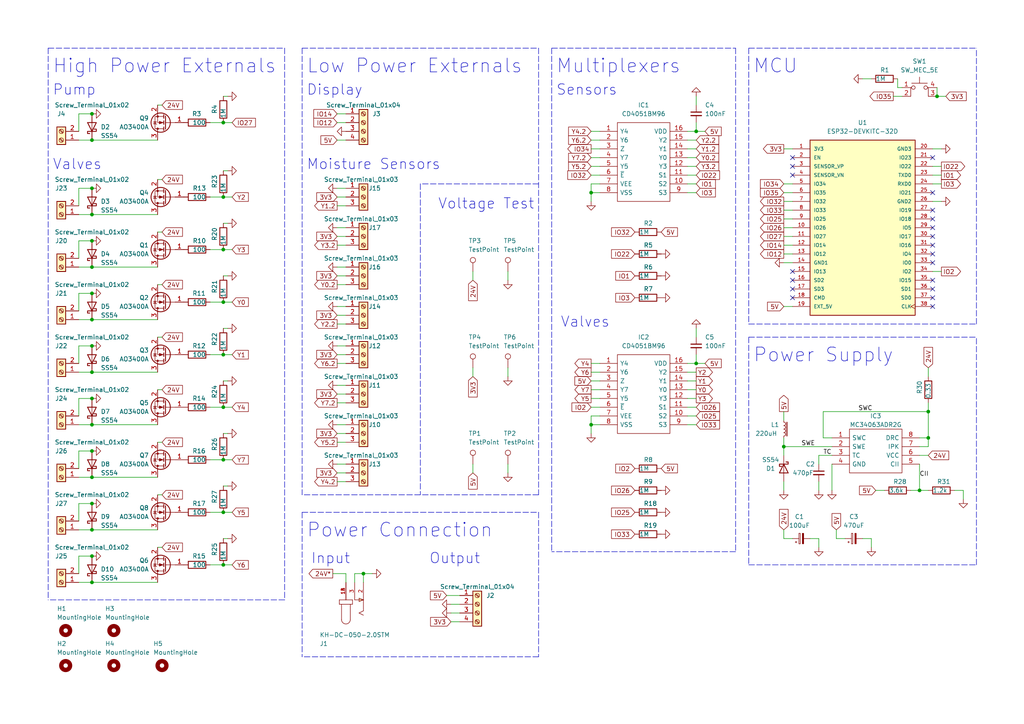
<source format=kicad_sch>
(kicad_sch (version 20211123) (generator eeschema)
  (paper "A4")
  (title_block (title "Plant Watering") (date "2022-03-16") (rev "1"))
  (junction (at 64.77 87.63))
  (junction (at 449.58 143.51))
  (junction (at 461.01 133.35))
  (junction (at 410.21 135.89))
  (junction (at 410.21 138.43))
  (junction (at 26.67 153.67))
  (junction (at 201.93 105.41))
  (junction (at 438.15 133.35))
  (junction (at 26.67 138.43))
  (junction (at 26.67 62.23))
  (junction (at 269.24 119.38))
  (junction (at 26.67 69.85))
  (junction (at 105.41 166.37))
  (junction (at 26.67 54.61))
  (junction (at 26.67 115.57))
  (junction (at 64.77 133.35))
  (junction (at 271.78 27.94))
  (junction (at 26.67 85.09))
  (junction (at 64.77 163.83))
  (junction (at 26.67 146.05))
  (junction (at 26.67 168.91))
  (junction (at 64.77 102.87))
  (junction (at 438.15 143.51))
  (junction (at 26.67 107.95))
  (junction (at 227.33 129.54))
  (junction (at 64.77 118.11))
  (junction (at 64.77 57.15))
  (junction (at 26.67 40.64))
  (junction (at 449.58 133.35))
  (junction (at 415.29 133.35))
  (junction (at 410.21 140.97))
  (junction (at 64.77 72.39))
  (junction (at 461.01 143.51))
  (junction (at 64.77 35.56))
  (junction (at 201.93 38.1))
  (junction (at 26.67 33.02))
  (junction (at 64.77 148.59))
  (junction (at 26.67 100.33))
  (junction (at 426.72 143.51))
  (junction (at 269.24 127))
  (junction (at 171.45 55.88))
  (junction (at 171.45 123.19))
  (junction (at 26.67 92.71))
  (junction (at 26.67 161.29))
  (junction (at 266.7 142.24))
  (junction (at 426.72 133.35))
  (junction (at 26.67 77.47))
  (junction (at 26.67 123.19))
  (junction (at 410.21 143.51))
  (junction (at 26.67 130.81))
  (no_connect (at 372.11 146.05))
  (no_connect (at 372.11 140.97))
  (no_connect (at 270.51 76.2))
  (no_connect (at 229.87 45.72))
  (no_connect (at 229.87 48.26))
  (no_connect (at 270.51 88.9))
  (no_connect (at 270.51 83.82))
  (no_connect (at 270.51 86.36))
  (no_connect (at 270.51 71.12))
  (no_connect (at 270.51 73.66))
  (no_connect (at 229.87 81.28))
  (no_connect (at 270.51 81.28))
  (no_connect (at 229.87 78.74))
  (no_connect (at 270.51 45.72))
  (no_connect (at 270.51 55.88))
  (no_connect (at 229.87 86.36))
  (no_connect (at 229.87 83.82))
  (no_connect (at 270.51 63.5))
  (no_connect (at 270.51 66.04))
  (no_connect (at 270.51 60.96))
  (no_connect (at 270.51 68.58))
  (no_connect (at 229.87 50.8))
  (wire (pts (xy 26.67 123.19) (xy 45.72 123.19)))
  (wire (pts (xy 97.79 137.16) (xy 100.33 137.16)))
  (polyline (pts (xy 160.02 13.97) (xy 160.02 160.02)))
  (wire (pts (xy 22.86 40.64) (xy 26.67 40.64)))
  (wire (pts (xy 201.93 45.72) (xy 199.39 45.72)))
  (wire (pts (xy 97.79 33.02) (xy 100.33 33.02)))
  (wire (pts (xy 201.93 43.18) (xy 199.39 43.18)))
  (wire (pts (xy 171.45 115.57) (xy 173.99 115.57)))
  (polyline (pts (xy 13.97 13.97) (xy 13.97 173.99)))
  (wire (pts (xy 426.72 143.51) (xy 438.15 143.51)))
  (wire (pts (xy 279.4 142.24) (xy 279.4 144.78)))
  (wire (pts (xy 22.86 69.85) (xy 26.67 69.85)))
  (wire (pts (xy 22.86 38.1) (xy 22.86 33.02)))
  (wire (pts (xy 237.49 156.21) (xy 234.95 156.21)))
  (wire (pts (xy 64.77 57.15) (xy 67.31 57.15)))
  (wire (pts (xy 171.45 107.95) (xy 173.99 107.95)))
  (wire (pts (xy 22.86 92.71) (xy 26.67 92.71)))
  (wire (pts (xy 269.24 119.38) (xy 269.24 127)))
  (wire (pts (xy 97.79 91.44) (xy 100.33 91.44)))
  (polyline (pts (xy 156.21 53.34) (xy 121.92 53.34)))
  (wire (pts (xy 407.67 140.97) (xy 410.21 140.97)))
  (wire (pts (xy 237.49 132.08) (xy 237.49 134.62)))
  (wire (pts (xy 227.33 68.58) (xy 229.87 68.58)))
  (wire (pts (xy 22.86 130.81) (xy 26.67 130.81)))
  (wire (pts (xy 449.58 133.35) (xy 449.58 135.89)))
  (wire (pts (xy 241.3 132.08) (xy 237.49 132.08)))
  (wire (pts (xy 171.45 50.8) (xy 173.99 50.8)))
  (wire (pts (xy 241.3 127) (xy 238.76 127)))
  (polyline (pts (xy 156.21 148.59) (xy 156.21 190.5)))
  (wire (pts (xy 64.77 87.63) (xy 67.31 87.63)))
  (wire (pts (xy 97.79 35.56) (xy 100.33 35.56)))
  (wire (pts (xy 415.29 133.35) (xy 426.72 133.35)))
  (polyline (pts (xy 87.63 13.97) (xy 87.63 143.51)))
  (wire (pts (xy 407.67 143.51) (xy 410.21 143.51)))
  (wire (pts (xy 22.86 107.95) (xy 26.67 107.95)))
  (wire (pts (xy 22.86 138.43) (xy 26.67 138.43)))
  (wire (pts (xy 60.96 35.56) (xy 64.77 35.56)))
  (wire (pts (xy 22.86 166.37) (xy 22.86 161.29)))
  (wire (pts (xy 97.79 59.69) (xy 100.33 59.69)))
  (wire (pts (xy 171.45 120.65) (xy 171.45 123.19)))
  (wire (pts (xy 26.67 138.43) (xy 45.72 138.43)))
  (wire (pts (xy 26.67 92.71) (xy 45.72 92.71)))
  (wire (pts (xy 227.33 132.08) (xy 227.33 129.54)))
  (wire (pts (xy 100.33 166.37) (xy 100.33 168.91)))
  (wire (pts (xy 97.79 54.61) (xy 100.33 54.61)))
  (wire (pts (xy 201.93 27.94) (xy 201.93 30.48)))
  (wire (pts (xy 426.72 133.35) (xy 438.15 133.35)))
  (wire (pts (xy 364.49 153.67) (xy 364.49 156.21)))
  (wire (pts (xy 252.73 156.21) (xy 252.73 158.75)))
  (polyline (pts (xy 213.36 160.02) (xy 160.02 160.02)))
  (wire (pts (xy 201.93 120.65) (xy 199.39 120.65)))
  (wire (pts (xy 410.21 135.89) (xy 410.21 138.43)))
  (wire (pts (xy 238.76 127) (xy 238.76 119.38)))
  (wire (pts (xy 269.24 127) (xy 266.7 127)))
  (wire (pts (xy 204.47 38.1) (xy 201.93 38.1)))
  (wire (pts (xy 66.04 95.25) (xy 64.77 95.25)))
  (wire (pts (xy 199.39 55.88) (xy 201.93 55.88)))
  (wire (pts (xy 237.49 139.7) (xy 237.49 142.24)))
  (wire (pts (xy 26.67 40.64) (xy 45.72 40.64)))
  (polyline (pts (xy 87.63 13.97) (xy 156.21 13.97)))
  (wire (pts (xy 266.7 132.08) (xy 269.24 132.08)))
  (wire (pts (xy 242.57 153.67) (xy 242.57 156.21)))
  (wire (pts (xy 270.51 58.42) (xy 273.05 58.42)))
  (wire (pts (xy 66.04 125.73) (xy 64.77 125.73)))
  (wire (pts (xy 97.79 40.64) (xy 100.33 40.64)))
  (wire (pts (xy 449.58 140.97) (xy 449.58 143.51)))
  (wire (pts (xy 60.96 163.83) (xy 64.77 163.83)))
  (wire (pts (xy 22.86 100.33) (xy 26.67 100.33)))
  (wire (pts (xy 137.16 78.74) (xy 137.16 81.28)))
  (wire (pts (xy 410.21 138.43) (xy 410.21 140.97)))
  (wire (pts (xy 273.05 50.8) (xy 270.51 50.8)))
  (wire (pts (xy 97.79 134.62) (xy 100.33 134.62)))
  (wire (pts (xy 266.7 129.54) (xy 269.24 129.54)))
  (wire (pts (xy 26.67 153.67) (xy 45.72 153.67)))
  (wire (pts (xy 227.33 60.96) (xy 229.87 60.96)))
  (wire (pts (xy 130.81 177.8) (xy 133.35 177.8)))
  (wire (pts (xy 358.14 146.05) (xy 358.14 148.59)))
  (wire (pts (xy 22.86 85.09) (xy 26.67 85.09)))
  (wire (pts (xy 201.93 38.1) (xy 199.39 38.1)))
  (wire (pts (xy 22.86 33.02) (xy 26.67 33.02)))
  (wire (pts (xy 436.88 162.56) (xy 439.42 162.56)))
  (wire (pts (xy 415.29 143.51) (xy 426.72 143.51)))
  (polyline (pts (xy 156.21 190.5) (xy 87.63 190.5)))
  (wire (pts (xy 97.79 88.9) (xy 100.33 88.9)))
  (wire (pts (xy 171.45 53.34) (xy 171.45 55.88)))
  (wire (pts (xy 372.11 138.43) (xy 358.14 138.43)))
  (wire (pts (xy 22.86 120.65) (xy 22.86 115.57)))
  (wire (pts (xy 137.16 134.62) (xy 137.16 137.16)))
  (wire (pts (xy 97.79 105.41) (xy 100.33 105.41)))
  (wire (pts (xy 66.04 140.97) (xy 64.77 140.97)))
  (wire (pts (xy 227.33 127) (xy 227.33 129.54)))
  (wire (pts (xy 227.33 129.54) (xy 241.3 129.54)))
  (wire (pts (xy 97.79 111.76) (xy 100.33 111.76)))
  (wire (pts (xy 46.99 82.55) (xy 45.72 82.55)))
  (wire (pts (xy 173.99 120.65) (xy 171.45 120.65)))
  (wire (pts (xy 64.77 163.83) (xy 67.31 163.83)))
  (wire (pts (xy 60.96 57.15) (xy 64.77 57.15)))
  (wire (pts (xy 426.72 162.56) (xy 429.26 162.56)))
  (wire (pts (xy 22.86 151.13) (xy 22.86 146.05)))
  (wire (pts (xy 60.96 102.87) (xy 64.77 102.87)))
  (wire (pts (xy 105.41 168.91) (xy 105.41 166.37)))
  (wire (pts (xy 426.72 140.97) (xy 426.72 143.51)))
  (wire (pts (xy 201.93 48.26) (xy 199.39 48.26)))
  (wire (pts (xy 46.99 52.07) (xy 45.72 52.07)))
  (wire (pts (xy 46.99 158.75) (xy 45.72 158.75)))
  (wire (pts (xy 171.45 43.18) (xy 173.99 43.18)))
  (wire (pts (xy 171.45 40.64) (xy 173.99 40.64)))
  (wire (pts (xy 229.87 76.2) (xy 227.33 76.2)))
  (wire (pts (xy 347.98 135.89) (xy 347.98 148.59)))
  (wire (pts (xy 410.21 143.51) (xy 410.21 146.05)))
  (wire (pts (xy 269.24 106.68) (xy 269.24 109.22)))
  (wire (pts (xy 22.86 153.67) (xy 26.67 153.67)))
  (wire (pts (xy 22.86 168.91) (xy 26.67 168.91)))
  (wire (pts (xy 102.87 168.91) (xy 102.87 166.37)))
  (polyline (pts (xy 217.17 97.79) (xy 217.17 163.83)))
  (wire (pts (xy 171.45 55.88) (xy 173.99 55.88)))
  (wire (pts (xy 227.33 43.18) (xy 229.87 43.18)))
  (wire (pts (xy 171.45 110.49) (xy 173.99 110.49)))
  (wire (pts (xy 201.93 118.11) (xy 199.39 118.11)))
  (wire (pts (xy 147.32 78.74) (xy 147.32 81.28)))
  (wire (pts (xy 415.29 133.35) (xy 415.29 135.89)))
  (wire (pts (xy 64.77 102.87) (xy 67.31 102.87)))
  (polyline (pts (xy 213.36 13.97) (xy 213.36 160.02)))
  (wire (pts (xy 64.77 35.56) (xy 67.31 35.56)))
  (wire (pts (xy 64.77 133.35) (xy 67.31 133.35)))
  (wire (pts (xy 276.86 142.24) (xy 279.4 142.24)))
  (polyline (pts (xy 283.21 163.83) (xy 283.21 97.79)))
  (wire (pts (xy 97.79 68.58) (xy 100.33 68.58)))
  (wire (pts (xy 22.86 59.69) (xy 22.86 54.61)))
  (wire (pts (xy 171.45 118.11) (xy 173.99 118.11)))
  (wire (pts (xy 97.79 123.19) (xy 100.33 123.19)))
  (wire (pts (xy 269.24 119.38) (xy 269.24 116.84)))
  (wire (pts (xy 22.86 90.17) (xy 22.86 85.09)))
  (wire (pts (xy 461.01 143.51) (xy 461.01 146.05)))
  (wire (pts (xy 266.7 134.62) (xy 266.7 142.24)))
  (wire (pts (xy 201.93 110.49) (xy 199.39 110.49)))
  (wire (pts (xy 97.79 116.84) (xy 100.33 116.84)))
  (wire (pts (xy 171.45 55.88) (xy 171.45 58.42)))
  (wire (pts (xy 201.93 115.57) (xy 199.39 115.57)))
  (wire (pts (xy 410.21 140.97) (xy 410.21 143.51)))
  (wire (pts (xy 461.01 133.35) (xy 461.01 135.89)))
  (polyline (pts (xy 217.17 13.97) (xy 217.17 93.98)))
  (wire (pts (xy 227.33 88.9) (xy 229.87 88.9)))
  (wire (pts (xy 26.67 168.91) (xy 45.72 168.91)))
  (wire (pts (xy 130.81 175.26) (xy 133.35 175.26)))
  (wire (pts (xy 426.72 133.35) (xy 426.72 135.89)))
  (wire (pts (xy 271.78 27.94) (xy 274.32 27.94)))
  (wire (pts (xy 372.11 143.51) (xy 364.49 143.51)))
  (wire (pts (xy 201.93 95.25) (xy 201.93 97.79)))
  (wire (pts (xy 60.96 118.11) (xy 64.77 118.11)))
  (wire (pts (xy 227.33 53.34) (xy 229.87 53.34)))
  (polyline (pts (xy 87.63 148.59) (xy 156.21 148.59)))
  (polyline (pts (xy 13.97 13.97) (xy 82.55 13.97)))
  (wire (pts (xy 271.78 25.4) (xy 271.78 27.94)))
  (wire (pts (xy 97.79 77.47) (xy 100.33 77.47)))
  (wire (pts (xy 449.58 143.51) (xy 461.01 143.51)))
  (wire (pts (xy 96.52 166.37) (xy 100.33 166.37)))
  (wire (pts (xy 439.42 162.56) (xy 439.42 165.1)))
  (wire (pts (xy 46.99 97.79) (xy 45.72 97.79)))
  (wire (pts (xy 97.79 125.73) (xy 100.33 125.73)))
  (polyline (pts (xy 87.63 148.59) (xy 87.63 190.5)))
  (wire (pts (xy 22.86 115.57) (xy 26.67 115.57)))
  (wire (pts (xy 201.93 102.87) (xy 201.93 105.41)))
  (wire (pts (xy 22.86 54.61) (xy 26.67 54.61)))
  (polyline (pts (xy 82.55 13.97) (xy 82.55 173.99)))
  (wire (pts (xy 66.04 110.49) (xy 64.77 110.49)))
  (wire (pts (xy 254 142.24) (xy 256.54 142.24)))
  (wire (pts (xy 97.79 100.33) (xy 100.33 100.33)))
  (wire (pts (xy 66.04 156.21) (xy 64.77 156.21)))
  (polyline (pts (xy 283.21 93.98) (xy 283.21 13.97)))
  (polyline (pts (xy 217.17 163.83) (xy 283.21 163.83)))
  (wire (pts (xy 64.77 72.39) (xy 67.31 72.39)))
  (polyline (pts (xy 156.21 13.97) (xy 156.21 143.51)))
  (wire (pts (xy 22.86 123.19) (xy 26.67 123.19)))
  (wire (pts (xy 97.79 57.15) (xy 100.33 57.15)))
  (wire (pts (xy 97.79 114.3) (xy 100.33 114.3)))
  (wire (pts (xy 171.45 113.03) (xy 173.99 113.03)))
  (wire (pts (xy 227.33 153.67) (xy 227.33 156.21)))
  (wire (pts (xy 66.04 80.01) (xy 64.77 80.01)))
  (wire (pts (xy 389.89 161.29) (xy 389.89 158.75)))
  (wire (pts (xy 438.15 140.97) (xy 438.15 143.51)))
  (wire (pts (xy 26.67 62.23) (xy 45.72 62.23)))
  (wire (pts (xy 97.79 66.04) (xy 100.33 66.04)))
  (wire (pts (xy 273.05 78.74) (xy 270.51 78.74)))
  (wire (pts (xy 201.93 123.19) (xy 199.39 123.19)))
  (wire (pts (xy 227.33 119.38) (xy 227.33 121.92)))
  (wire (pts (xy 22.86 161.29) (xy 26.67 161.29)))
  (wire (pts (xy 22.86 74.93) (xy 22.86 69.85)))
  (wire (pts (xy 227.33 58.42) (xy 229.87 58.42)))
  (wire (pts (xy 171.45 48.26) (xy 173.99 48.26)))
  (wire (pts (xy 97.79 82.55) (xy 100.33 82.55)))
  (wire (pts (xy 260.35 25.4) (xy 260.35 22.86)))
  (wire (pts (xy 199.39 50.8) (xy 201.93 50.8)))
  (wire (pts (xy 66.04 27.94) (xy 64.77 27.94)))
  (wire (pts (xy 26.67 77.47) (xy 45.72 77.47)))
  (wire (pts (xy 64.77 148.59) (xy 67.31 148.59)))
  (wire (pts (xy 26.67 107.95) (xy 45.72 107.95)))
  (wire (pts (xy 259.08 27.94) (xy 261.62 27.94)))
  (wire (pts (xy 22.86 77.47) (xy 26.67 77.47)))
  (wire (pts (xy 269.24 127) (xy 269.24 129.54)))
  (wire (pts (xy 227.33 73.66) (xy 229.87 73.66)))
  (wire (pts (xy 66.04 64.77) (xy 64.77 64.77)))
  (wire (pts (xy 273.05 53.34) (xy 270.51 53.34)))
  (wire (pts (xy 137.16 106.68) (xy 137.16 109.22)))
  (wire (pts (xy 364.49 143.51) (xy 364.49 146.05)))
  (wire (pts (xy 238.76 119.38) (xy 269.24 119.38)))
  (polyline (pts (xy 82.55 173.99) (xy 13.97 173.99)))
  (wire (pts (xy 227.33 66.04) (xy 229.87 66.04)))
  (wire (pts (xy 227.33 71.12) (xy 229.87 71.12)))
  (wire (pts (xy 416.56 162.56) (xy 419.1 162.56)))
  (wire (pts (xy 241.3 134.62) (xy 241.3 142.24)))
  (wire (pts (xy 46.99 30.48) (xy 45.72 30.48)))
  (wire (pts (xy 410.21 133.35) (xy 415.29 133.35)))
  (wire (pts (xy 97.79 128.27) (xy 100.33 128.27)))
  (polyline (pts (xy 121.92 53.34) (xy 121.92 143.51)))
  (wire (pts (xy 22.86 62.23) (xy 26.67 62.23)))
  (wire (pts (xy 22.86 146.05) (xy 26.67 146.05)))
  (polyline (pts (xy 160.02 13.97) (xy 213.36 13.97)))
  (wire (pts (xy 273.05 48.26) (xy 270.51 48.26)))
  (wire (pts (xy 461.01 143.51) (xy 461.01 140.97)))
  (wire (pts (xy 130.81 180.34) (xy 133.35 180.34)))
  (wire (pts (xy 60.96 148.59) (xy 64.77 148.59)))
  (wire (pts (xy 22.86 105.41) (xy 22.86 100.33)))
  (wire (pts (xy 407.67 135.89) (xy 410.21 135.89)))
  (polyline (pts (xy 217.17 13.97) (xy 283.21 13.97)))
  (wire (pts (xy 416.56 160.02) (xy 416.56 162.56)))
  (wire (pts (xy 407.67 146.05) (xy 410.21 146.05)))
  (wire (pts (xy 147.32 134.62) (xy 147.32 137.16)))
  (wire (pts (xy 227.33 156.21) (xy 229.87 156.21)))
  (wire (pts (xy 266.7 142.24) (xy 264.16 142.24)))
  (wire (pts (xy 242.57 156.21) (xy 245.11 156.21)))
  (wire (pts (xy 97.79 139.7) (xy 100.33 139.7)))
  (wire (pts (xy 171.45 38.1) (xy 173.99 38.1)))
  (wire (pts (xy 46.99 67.31) (xy 45.72 67.31)))
  (wire (pts (xy 204.47 105.41) (xy 201.93 105.41)))
  (wire (pts (xy 347.98 135.89) (xy 372.11 135.89)))
  (wire (pts (xy 438.15 143.51) (xy 449.58 143.51)))
  (wire (pts (xy 250.19 22.86) (xy 252.73 22.86)))
  (polyline (pts (xy 156.21 143.51) (xy 87.63 143.51)))
  (wire (pts (xy 171.45 105.41) (xy 173.99 105.41)))
  (wire (pts (xy 173.99 53.34) (xy 171.45 53.34)))
  (wire (pts (xy 97.79 102.87) (xy 100.33 102.87)))
  (wire (pts (xy 227.33 63.5) (xy 229.87 63.5)))
  (wire (pts (xy 237.49 158.75) (xy 237.49 156.21)))
  (wire (pts (xy 60.96 87.63) (xy 64.77 87.63)))
  (wire (pts (xy 201.93 35.56) (xy 201.93 38.1)))
  (wire (pts (xy 46.99 128.27) (xy 45.72 128.27)))
  (wire (pts (xy 410.21 133.35) (xy 410.21 135.89)))
  (wire (pts (xy 358.14 138.43) (xy 358.14 140.97)))
  (wire (pts (xy 64.77 118.11) (xy 67.31 118.11)))
  (wire (pts (xy 227.33 139.7) (xy 227.33 142.24)))
  (wire (pts (xy 102.87 166.37) (xy 105.41 166.37)))
  (wire (pts (xy 227.33 55.88) (xy 229.87 55.88)))
  (wire (pts (xy 461.01 130.81) (xy 461.01 133.35)))
  (wire (pts (xy 97.79 80.01) (xy 100.33 80.01)))
  (wire (pts (xy 261.62 25.4) (xy 260.35 25.4)))
  (wire (pts (xy 171.45 123.19) (xy 171.45 125.73)))
  (wire (pts (xy 97.79 93.98) (xy 100.33 93.98)))
  (wire (pts (xy 201.93 105.41) (xy 199.39 105.41)))
  (wire (pts (xy 22.86 135.89) (xy 22.86 130.81)))
  (wire (pts (xy 46.99 113.03) (xy 45.72 113.03)))
  (wire (pts (xy 438.15 133.35) (xy 449.58 133.35)))
  (wire (pts (xy 129.54 172.72) (xy 133.35 172.72)))
  (wire (pts (xy 250.19 156.21) (xy 252.73 156.21)))
  (wire (pts (xy 46.99 143.51) (xy 45.72 143.51)))
  (wire (pts (xy 266.7 142.24) (xy 269.24 142.24)))
  (wire (pts (xy 201.93 40.64) (xy 199.39 40.64)))
  (wire (pts (xy 60.96 133.35) (xy 64.77 133.35)))
  (wire (pts (xy 201.93 53.34) (xy 199.39 53.34)))
  (wire (pts (xy 60.96 72.39) (xy 64.77 72.39)))
  (wire (pts (xy 66.04 49.53) (xy 64.77 49.53)))
  (wire (pts (xy 147.32 106.68) (xy 147.32 109.22)))
  (wire (pts (xy 97.79 71.12) (xy 100.33 71.12)))
  (wire (pts (xy 415.29 140.97) (xy 415.29 143.51)))
  (wire (pts (xy 171.45 123.19) (xy 173.99 123.19)))
  (wire (pts (xy 449.58 133.35) (xy 461.01 133.35)))
  (wire (pts (xy 201.93 107.95) (xy 199.39 107.95)))
  (wire (pts (xy 171.45 45.72) (xy 173.99 45.72)))
  (wire (pts (xy 201.93 113.03) (xy 199.39 113.03)))
  (wire (pts (xy 270.51 43.18) (xy 273.05 43.18)))
  (wire (pts (xy 438.15 133.35) (xy 438.15 135.89)))
  (wire (pts (xy 407.67 138.43) (xy 410.21 138.43)))
  (polyline (pts (xy 217.17 97.79) (xy 283.21 97.79)))
  (wire (pts (xy 105.41 166.37) (xy 107.95 166.37)))
  (polyline (pts (xy 217.17 93.98) (xy 283.21 93.98)))
  (text "Power Supply" (at 218.44 105.41 0) (effects (font (size 4 4)) (justify left bottom)))
  (text "Valves" (at 162.56 95.25 0) (effects (font (size 3 3)) (justify left bottom)))
  (text "Multiplexers" (at 161.29 21.59 0) (effects (font (size 4 4)) (justify left bottom)))
  (text "Pump" (at 15.24 27.94 0) (effects (font (size 3 3)) (justify left bottom)))
  (text "Input" (at 90.17 163.83 0) (effects (font (size 3 3)) (justify left bottom)))
  (text "Moisture Sensors" (at 88.9 49.53 0) (effects (font (size 3 3)) (justify left bottom)))
  (text "Sensors" (at 161.29 27.94 0) (effects (font (size 3 3)) (justify left bottom)))
  (text "Power Connection" (at 88.9 156.21 0) (effects (font (size 4 4)) (justify left bottom)))
  (text "Output" (at 124.46 163.83 0) (effects (font (size 3 3)) (justify left bottom)))
  (text "Low Power Externals" (at 88.9 21.59 0) (effects (font (size 4 4)) (justify left bottom)))
  (text "Voltage Test" (at 127 60.96 0) (effects (font (size 3 3)) (justify left bottom)))
  (text "MCU" (at 218.44 21.59 0) (effects (font (size 4 4)) (justify left bottom)))
  (text "High Power Externals" (at 15.24 21.59 0) (effects (font (size 4 4)) (justify left bottom)))
  (text "Display" (at 88.9 27.94 0) (effects (font (size 3 3)) (justify left bottom)))
  (text "Valves" (at 15.24 49.53 0) (effects (font (size 3 3)) (justify left bottom)))
  (label "SWE" (at 232.41 129.54 0))
  (label "SWC" (at 248.92 119.38 0))
  (label "CII" (at 266.7 138.43 0))
  (label "LED" (at 427.99 162.56 0))
  (label "TC" (at 238.76 132.08 0))
  (global_label "24V" (shape input) (at 46.99 52.07 0) (property "Intersheet References" "${INTERSHEET_REFS}" (effects hide)))
  (global_label "IO32" (shape input) (at 184.15 67.31 180) (property "Intersheet References" "${INTERSHEET_REFS}" (effects hide)))
  (global_label "Y2" (shape input) (at 67.31 57.15 0) (property "Intersheet References" "${INTERSHEET_REFS}" (effects hide)))
  (global_label "24V" (shape input) (at 46.99 67.31 0) (property "Intersheet References" "${INTERSHEET_REFS}" (effects hide)))
  (global_label "IO33" (shape input) (at 184.15 154.94 180) (property "Intersheet References" "${INTERSHEET_REFS}" (effects hide)))
  (global_label "3V3" (shape input) (at 97.79 91.44 180) (property "Intersheet References" "${INTERSHEET_REFS}" (effects hide)))
  (global_label "IO34" (shape output) (at 171.45 43.18 180) (property "Intersheet References" "${INTERSHEET_REFS}" (effects hide)))
  (global_label "5V" (shape input) (at 416.56 160.02 90) (property "Intersheet References" "${INTERSHEET_REFS}" (effects hide)))
  (global_label "5V" (shape input) (at 254 142.24 180) (property "Intersheet References" "${INTERSHEET_REFS}" (effects hide)))
  (global_label "Y0.2" (shape output) (at 97.79 82.55 180) (property "Intersheet References" "${INTERSHEET_REFS}" (effects hide)))
  (global_label "Y0.2" (shape input) (at 201.93 45.72 0) (property "Intersheet References" "${INTERSHEET_REFS}" (effects hide)))
  (global_label "IO25" (shape input) (at 184.15 148.59 180) (property "Intersheet References" "${INTERSHEET_REFS}" (effects hide)))
  (global_label "IO3" (shape input) (at 184.15 86.36 180) (property "Intersheet References" "${INTERSHEET_REFS}" (effects hide)))
  (global_label "IO3" (shape input) (at 201.93 55.88 0) (property "Intersheet References" "${INTERSHEET_REFS}" (effects hide)))
  (global_label "24V" (shape input) (at 46.99 128.27 0) (property "Intersheet References" "${INTERSHEET_REFS}" (effects hide)))
  (global_label "3V3" (shape input) (at 97.79 57.15 180) (property "Intersheet References" "${INTERSHEET_REFS}" (effects hide)))
  (global_label "Y6.2" (shape input) (at 171.45 40.64 180) (property "Intersheet References" "${INTERSHEET_REFS}" (effects hide)))
  (global_label "Y2.2" (shape input) (at 201.93 40.64 0) (property "Intersheet References" "${INTERSHEET_REFS}" (effects hide)))
  (global_label "3V3" (shape input) (at 97.79 102.87 180) (property "Intersheet References" "${INTERSHEET_REFS}" (effects hide)))
  (global_label "24V" (shape input) (at 46.99 158.75 0) (property "Intersheet References" "${INTERSHEET_REFS}" (effects hide)))
  (global_label "IO12" (shape output) (at 227.33 73.66 180) (property "Intersheet References" "${INTERSHEET_REFS}" (effects hide)))
  (global_label "Y6" (shape output) (at 171.45 107.95 180) (property "Intersheet References" "${INTERSHEET_REFS}" (effects hide)))
  (global_label "Y5.2" (shape input) (at 171.45 48.26 180) (property "Intersheet References" "${INTERSHEET_REFS}" (effects hide)))
  (global_label "5V" (shape input) (at 97.79 40.64 180) (property "Intersheet References" "${INTERSHEET_REFS}" (effects hide)))
  (global_label "IO33" (shape input) (at 201.93 123.19 0) (property "Intersheet References" "${INTERSHEET_REFS}" (effects hide)))
  (global_label "24V" (shape input) (at 46.99 30.48 0) (property "Intersheet References" "${INTERSHEET_REFS}" (effects hide)))
  (global_label "3V3" (shape input) (at 97.79 125.73 180) (property "Intersheet References" "${INTERSHEET_REFS}" (effects hide)))
  (global_label "Y1" (shape input) (at 67.31 102.87 0) (property "Intersheet References" "${INTERSHEET_REFS}" (effects hide)))
  (global_label "Y3" (shape input) (at 67.31 72.39 0) (property "Intersheet References" "${INTERSHEET_REFS}" (effects hide)))
  (global_label "IO2" (shape output) (at 273.05 78.74 0) (property "Intersheet References" "${INTERSHEET_REFS}" (effects hide)))
  (global_label "24V" (shape input) (at 46.99 82.55 0) (property "Intersheet References" "${INTERSHEET_REFS}" (effects hide)))
  (global_label "Y3.2" (shape output) (at 97.79 71.12 180) (property "Intersheet References" "${INTERSHEET_REFS}" (effects hide)))
  (global_label "Y1" (shape output) (at 201.93 110.49 0) (property "Intersheet References" "${INTERSHEET_REFS}" (effects hide)))
  (global_label "24V" (shape input) (at 46.99 97.79 0) (property "Intersheet References" "${INTERSHEET_REFS}" (effects hide)))
  (global_label "IO22" (shape input) (at 184.15 73.66 180) (property "Intersheet References" "${INTERSHEET_REFS}" (effects hide)))
  (global_label "5V" (shape input) (at 171.45 110.49 180) (property "Intersheet References" "${INTERSHEET_REFS}" (effects hide)))
  (global_label "Y0" (shape input) (at 67.31 87.63 0) (property "Intersheet References" "${INTERSHEET_REFS}" (effects hide)))
  (global_label "3V3" (shape input) (at 97.79 137.16 180) (property "Intersheet References" "${INTERSHEET_REFS}" (effects hide)))
  (global_label "IO32" (shape input) (at 171.45 50.8 180) (property "Intersheet References" "${INTERSHEET_REFS}" (effects hide)))
  (global_label "3V3" (shape input) (at 97.79 80.01 180) (property "Intersheet References" "${INTERSHEET_REFS}" (effects hide)))
  (global_label "24V" (shape input) (at 269.24 106.68 90) (property "Intersheet References" "${INTERSHEET_REFS}" (effects hide)))
  (global_label "IO22" (shape input) (at 201.93 50.8 0) (property "Intersheet References" "${INTERSHEET_REFS}" (effects hide)))
  (global_label "Y1.2" (shape input) (at 201.93 43.18 0) (property "Intersheet References" "${INTERSHEET_REFS}" (effects hide)))
  (global_label "IO2" (shape input) (at 184.15 135.89 180) (property "Intersheet References" "${INTERSHEET_REFS}" (effects hide)))
  (global_label "3V3" (shape input) (at 274.32 27.94 0) (property "Intersheet References" "${INTERSHEET_REFS}" (effects hide)))
  (global_label "Y1.2" (shape output) (at 97.79 59.69 180) (property "Intersheet References" "${INTERSHEET_REFS}" (effects hide)))
  (global_label "Y4" (shape input) (at 67.31 118.11 0) (property "Intersheet References" "${INTERSHEET_REFS}" (effects hide)))
  (global_label "Y7" (shape output) (at 171.45 113.03 180) (property "Intersheet References" "${INTERSHEET_REFS}" (effects hide)))
  (global_label "24V*" (shape input) (at 389.89 161.29 270) (property "Intersheet References" "${INTERSHEET_REFS}" (effects hide)))
  (global_label "IO3" (shape output) (at 273.05 53.34 0) (property "Intersheet References" "${INTERSHEET_REFS}" (effects hide)))
  (global_label "Y6.2" (shape output) (at 97.79 105.41 180) (property "Intersheet References" "${INTERSHEET_REFS}" (effects hide)))
  (global_label "IO33" (shape output) (at 227.33 60.96 180) (property "Intersheet References" "${INTERSHEET_REFS}" (effects hide)))
  (global_label "IO22" (shape output) (at 273.05 48.26 0) (property "Intersheet References" "${INTERSHEET_REFS}" (effects hide)))
  (global_label "3V3" (shape input) (at 137.16 109.22 270) (property "Intersheet References" "${INTERSHEET_REFS}" (effects hide)))
  (global_label "Y6" (shape input) (at 67.31 163.83 0) (property "Intersheet References" "${INTERSHEET_REFS}" (effects hide)))
  (global_label "3V3" (shape input) (at 97.79 114.3 180) (property "Intersheet References" "${INTERSHEET_REFS}" (effects hide)))
  (global_label "Y0" (shape output) (at 201.93 113.03 0) (property "Intersheet References" "${INTERSHEET_REFS}" (effects hide)))
  (global_label "IO2" (shape input) (at 171.45 118.11 180) (property "Intersheet References" "${INTERSHEET_REFS}" (effects hide)))
  (global_label "24V" (shape input) (at 269.24 132.08 0) (property "Intersheet References" "${INTERSHEET_REFS}" (effects hide)))
  (global_label "Y4.2" (shape input) (at 171.45 38.1 180) (property "Intersheet References" "${INTERSHEET_REFS}" (effects hide)))
  (global_label "IO27" (shape input) (at 67.31 35.56 0) (property "Intersheet References" "${INTERSHEET_REFS}" (effects hide)))
  (global_label "IO26" (shape output) (at 227.33 66.04 180) (property "Intersheet References" "${INTERSHEET_REFS}" (effects hide)))
  (global_label "3V3" (shape input) (at 97.79 68.58 180) (property "Intersheet References" "${INTERSHEET_REFS}" (effects hide)))
  (global_label "Y2.2" (shape output) (at 97.79 93.98 180) (property "Intersheet References" "${INTERSHEET_REFS}" (effects hide)))
  (global_label "IO1" (shape input) (at 184.15 80.01 180) (property "Intersheet References" "${INTERSHEET_REFS}" (effects hide)))
  (global_label "24V*" (shape output) (at 96.52 166.37 180) (property "Intersheet References" "${INTERSHEET_REFS}" (effects hide)))
  (global_label "Y7.2" (shape output) (at 97.79 116.84 180) (property "Intersheet References" "${INTERSHEET_REFS}" (effects hide)))
  (global_label "Y3.2" (shape input) (at 201.93 48.26 0) (property "Intersheet References" "${INTERSHEET_REFS}" (effects hide)))
  (global_label "IO25" (shape output) (at 227.33 63.5 180) (property "Intersheet References" "${INTERSHEET_REFS}" (effects hide)))
  (global_label "Y4" (shape output) (at 171.45 105.41 180) (property "Intersheet References" "${INTERSHEET_REFS}" (effects hide)))
  (global_label "5V" (shape input) (at 191.77 135.89 0) (property "Intersheet References" "${INTERSHEET_REFS}" (effects hide)))
  (global_label "3V3" (shape output) (at 227.33 43.18 180) (property "Intersheet References" "${INTERSHEET_REFS}" (effects hide)))
  (global_label "5V" (shape input) (at 137.16 137.16 270) (property "Intersheet References" "${INTERSHEET_REFS}" (effects hide)))
  (global_label "Y7" (shape input) (at 67.31 133.35 0) (property "Intersheet References" "${INTERSHEET_REFS}" (effects hide)))
  (global_label "IO12" (shape input) (at 97.79 35.56 180) (property "Intersheet References" "${INTERSHEET_REFS}" (effects hide)))
  (global_label "IO34" (shape input) (at 227.33 53.34 180) (property "Intersheet References" "${INTERSHEET_REFS}" (effects hide)))
  (global_label "24V" (shape output) (at 461.01 130.81 90) (property "Intersheet References" "${INTERSHEET_REFS}" (effects hide)))
  (global_label "24V" (shape input) (at 46.99 113.03 0) (property "Intersheet References" "${INTERSHEET_REFS}" (effects hide)))
  (global_label "Y4.2" (shape output) (at 97.79 139.7 180) (property "Intersheet References" "${INTERSHEET_REFS}" (effects hide)))
  (global_label "Y2" (shape output) (at 201.93 107.95 0) (property "Intersheet References" "${INTERSHEET_REFS}" (effects hide)))
  (global_label "IO14" (shape output) (at 227.33 71.12 180) (property "Intersheet References" "${INTERSHEET_REFS}" (effects hide)))
  (global_label "5V" (shape input) (at 204.47 105.41 0) (property "Intersheet References" "${INTERSHEET_REFS}" (effects hide)))
  (global_label "Y7.2" (shape input) (at 171.45 45.72 180) (property "Intersheet References" "${INTERSHEET_REFS}" (effects hide)))
  (global_label "IO27" (shape output) (at 227.33 68.58 180) (property "Intersheet References" "${INTERSHEET_REFS}" (effects hide)))
  (global_label "24V" (shape input) (at 46.99 143.51 0) (property "Intersheet References" "${INTERSHEET_REFS}" (effects hide)))
  (global_label "5V" (shape input) (at 242.57 153.67 90) (property "Intersheet References" "${INTERSHEET_REFS}" (effects hide)))
  (global_label "IO25" (shape input) (at 201.93 120.65 0) (property "Intersheet References" "${INTERSHEET_REFS}" (effects hide)))
  (global_label "IO26" (shape input) (at 201.93 118.11 0) (property "Intersheet References" "${INTERSHEET_REFS}" (effects hide)))
  (global_label "IO32" (shape output) (at 227.33 58.42 180) (property "Intersheet References" "${INTERSHEET_REFS}" (effects hide)))
  (global_label "IO1" (shape output) (at 273.05 50.8 0) (property "Intersheet References" "${INTERSHEET_REFS}" (effects hide)))
  (global_label "IO35" (shape input) (at 227.33 55.88 180) (property "Intersheet References" "${INTERSHEET_REFS}" (effects hide)))
  (global_label "Y3" (shape output) (at 201.93 115.57 0) (property "Intersheet References" "${INTERSHEET_REFS}" (effects hide)))
  (global_label "IO1" (shape input) (at 201.93 53.34 0) (property "Intersheet References" "${INTERSHEET_REFS}" (effects hide)))
  (global_label "IO35" (shape output) (at 259.08 27.94 180) (property "Intersheet References" "${INTERSHEET_REFS}" (effects hide)))
  (global_label "24V" (shape input) (at 137.16 81.28 270) (property "Intersheet References" "${INTERSHEET_REFS}" (effects hide)))
  (global_label "24V" (shape input) (at 227.33 153.67 90) (property "Intersheet References" "${INTERSHEET_REFS}" (effects hide)))
  (global_label "5V" (shape output) (at 227.33 119.38 90) (property "Intersheet References" "${INTERSHEET_REFS}" (effects hide)))
  (global_label "5V" (shape input) (at 129.54 172.72 180) (property "Intersheet References" "${INTERSHEET_REFS}" (effects hide)))
  (global_label "5V" (shape input) (at 204.47 38.1 0) (property "Intersheet References" "${INTERSHEET_REFS}" (effects hide)))
  (global_label "24V" (shape output) (at 364.49 156.21 270) (property "Intersheet References" "${INTERSHEET_REFS}" (effects hide)))
  (global_label "Y5" (shape input) (at 67.31 148.59 0) (property "Intersheet References" "${INTERSHEET_REFS}" (effects hide)))
  (global_label "Y5" (shape output) (at 171.45 115.57 180) (property "Intersheet References" "${INTERSHEET_REFS}" (effects hide)))
  (global_label "3V3" (shape input) (at 130.81 180.34 180) (property "Intersheet References" "${INTERSHEET_REFS}" (effects hide)))
  (global_label "IO14" (shape input) (at 97.79 33.02 180) (property "Intersheet References" "${INTERSHEET_REFS}" (effects hide)))
  (global_label "Y5.2" (shape output) (at 97.79 128.27 180) (property "Intersheet References" "${INTERSHEET_REFS}" (effects hide)))
  (global_label "IO26" (shape input) (at 184.15 142.24 180) (property "Intersheet References" "${INTERSHEET_REFS}" (effects hide)))
  (global_label "5V" (shape input) (at 191.77 67.31 0) (property "Intersheet References" "${INTERSHEET_REFS}" (effects hide)))
  (global_label "5V" (shape input) (at 227.33 88.9 180) (property "Intersheet References" "${INTERSHEET_REFS}" (effects hide)))
  (symbol (lib_id "Device:R") (at 64.77 53.34 0) (unit 1)
    (property "Reference" "R23" (at 62.23 54.61 90) (effects (justify left)))
    (property "Value" "1M" (at 64.77 55.88 90) (effects (justify left)))
    (property "Footprint" "Resistor_SMD:R_0805_2012Metric" (effects hide))
    (property "LCSC" "C17514" (effects hide))
  )
  (symbol (lib_id "power:GND") (at 26.67 69.85 90) (unit 1)
    (property "Reference" "#PWR0112" (effects hide))
    (property "Value" "GND" (effects hide))
  )
  (symbol (lib_id "Transistor_FET:AO3400A") (at 48.26 102.87 180) (unit 1)
    (property "Reference" "Q3" (at 43.18 101.6 0) (effects (justify left)))
    (property "Value" "AO3400A" (at 43.18 104.14 0) (effects (justify left)))
    (property "Footprint" "Package_TO_SOT_SMD:SOT-23" (effects hide))
    (property "Datasheet" "http://www.aosmd.com/pdfs/datasheet/AO3400A.pdf" (effects hide))
    (property "LCSC" "C20917" (effects hide))
  )
  (symbol (lib_id "Connector:Screw_Terminal_01x03") (at 105.41 91.44 0) (unit 1)
    (property "Reference" "J14" (at 110.49 88.9 0) (effects (justify right)))
    (property "Value" "Screw_Terminal_01x03" (at 115.57 86.36 0) (effects (justify right)))
    (property "Footprint" "TerminalBlock_Phoenix:TerminalBlock_Phoenix_PT-1,5-3-3.5-H_1x03_P3.50mm_Horizontal" (effects hide))
    (property "LCSC" "C474931" (effects hide))
  )
  (symbol (lib_id "Device:R") (at 187.96 142.24 270) (unit 1)
    (property "Reference" "R9" (at 186.69 139.7 90) (effects (justify left)))
    (property "Value" "1M" (at 185.42 142.24 90) (effects (justify left)))
    (property "Footprint" "Resistor_SMD:R_0805_2012Metric" (effects hide))
    (property "LCSC" "C17514" (effects hide))
  )
  (symbol (lib_id "power:GND") (at 26.67 33.02 90) (unit 1)
    (property "Reference" "#PWR0117" (effects hide))
    (property "Value" "GND" (effects hide))
  )
  (symbol (lib_id "power:GND") (at 66.04 125.73 90) (unit 1)
    (property "Reference" "#PWR03" (effects hide))
    (property "Value" "GND" (effects hide))
  )
  (symbol (lib_id "Connector:Screw_Terminal_01x03") (at 105.41 80.01 0) (unit 1)
    (property "Reference" "J16" (at 110.49 77.47 0) (effects (justify right)))
    (property "Value" "Screw_Terminal_01x03" (at 115.57 74.93 0) (effects (justify right)))
    (property "Footprint" "TerminalBlock_Phoenix:TerminalBlock_Phoenix_PT-1,5-3-3.5-H_1x03_P3.50mm_Horizontal" (effects hide))
    (property "LCSC" "C474931" (effects hide))
  )
  (symbol (lib_id "power:GND") (at 191.77 148.59 90) (unit 1)
    (property "Reference" "#PWR0121" (effects hide))
    (property "Value" "GND" (effects hide))
  )
  (symbol (lib_id "power:GND") (at 97.79 88.9 270) (unit 1)
    (property "Reference" "#PWR013" (effects hide))
    (property "Value" "GND" (effects hide))
  )
  (symbol (lib_id "Device:R") (at 57.15 87.63 90) (unit 1)
    (property "Reference" "R11" (at 59.69 85.09 90) (effects (justify left)))
    (property "Value" "100" (at 59.69 87.63 90) (effects (justify left)))
    (property "Footprint" "Resistor_SMD:R_0805_2012Metric" (effects hide))
    (property "LCSC" "C17408" (effects hide))
  )
  (symbol (lib_id "power:GND") (at 97.79 123.19 270) (unit 1)
    (property "Reference" "#PWR016" (effects hide))
    (property "Value" "GND" (effects hide))
  )
  (symbol (lib_id "Connector:TestPoint") (at 137.16 134.62 0) (unit 1)
    (property "Reference" "TP1" (at 135.89 125.73 0) (effects (justify left)))
    (property "Value" "TestPoint" (at 135.89 128.27 0) (effects (justify left)))
    (property "Footprint" "TestPoint:TestPoint_Pad_D2.0mm" (effects hide))
  )
  (symbol (lib_id "Device:D_Schottky") (at 26.67 134.62 90) (unit 1)
    (property "Reference" "D8" (at 29.21 134.62 90) (effects (justify right)))
    (property "Value" "SS54" (at 29.21 137.16 90) (effects (justify right)))
    (property "Footprint" "Diode_SMD:D_SMA" (effects hide))
    (property "LCSC" "C22452" (effects hide))
  )
  (symbol (lib_id "power:GND") (at 66.04 80.01 90) (unit 1)
    (property "Reference" "#PWR018" (effects hide))
    (property "Value" "GND" (effects hide))
  )
  (symbol (lib_id "Device:R") (at 187.96 148.59 270) (unit 1)
    (property "Reference" "R18" (at 186.69 146.05 90) (effects (justify left)))
    (property "Value" "1M" (at 185.42 148.59 90) (effects (justify left)))
    (property "Footprint" "Resistor_SMD:R_0805_2012Metric" (effects hide))
    (property "LCSC" "C17514" (effects hide))
  )
  (symbol (lib_id "Transistor_FET:AO3400A") (at 48.26 35.56 180) (unit 1)
    (property "Reference" "Q9" (at 43.18 34.29 0) (effects (justify left)))
    (property "Value" "AO3400A" (at 43.18 36.83 0) (effects (justify left)))
    (property "Footprint" "Package_TO_SOT_SMD:SOT-23" (effects hide))
    (property "Datasheet" "http://www.aosmd.com/pdfs/datasheet/AO3400A.pdf" (effects hide))
    (property "LCSC" "C20917" (effects hide))
  )
  (symbol (lib_id "Device:D_Schottky") (at 26.67 58.42 90) (unit 1)
    (property "Reference" "D3" (at 29.21 58.42 90) (effects (justify right)))
    (property "Value" "SS54" (at 29.21 60.96 90) (effects (justify right)))
    (property "Footprint" "Diode_SMD:D_SMA" (effects hide))
    (property "LCSC" "C22452" (effects hide))
  )
  (symbol (lib_id "Device:LED") (at 433.07 162.56 180) (unit 1)
    (property "Reference" "D11" (at 434.34 160.02 0) (effects (justify left)))
    (property "Value" "LED Blue" (at 436.88 157.48 0) (effects (justify left)))
    (property "Footprint" "LED_SMD:LED_0603_1608Metric" (effects hide))
    (property "LCSC" "C72041" (effects hide))
  )
  (symbol (lib_id "Device:C_Small") (at 449.58 138.43 0) (unit 1)
    (property "Reference" "C9" (at 452.12 135.89 0) (effects (justify left)))
    (property "Value" "100nF" (at 452.12 138.43 0) (effects (justify left)))
    (property "Footprint" "Capacitor_SMD:C_0603_1608Metric" (effects hide))
    (property "LCSC" "C14663" (effects hide))
  )
  (symbol (lib_id "power:GND") (at 358.14 148.59 0) (unit 1)
    (property "Reference" "#PWR023" (effects hide))
    (property "Value" "GND" (effects hide))
  )
  (symbol (lib_id "Device:R") (at 64.77 31.75 0) (unit 1)
    (property "Reference" "R4" (at 62.23 33.02 90) (effects (justify left)))
    (property "Value" "1M" (at 64.77 34.29 90) (effects (justify left)))
    (property "Footprint" "Resistor_SMD:R_0805_2012Metric" (effects hide))
    (property "LCSC" "C17514" (effects hide))
  )
  (symbol (lib_id "Device:R") (at 187.96 86.36 270) (unit 1)
    (property "Reference" "R7" (at 186.69 83.82 90) (effects (justify left)))
    (property "Value" "1M" (at 185.42 86.36 90) (effects (justify left)))
    (property "Footprint" "Resistor_SMD:R_0805_2012Metric" (effects hide))
    (property "LCSC" "C17514" (effects hide))
  )
  (symbol (lib_id "power:GND") (at 26.67 54.61 90) (unit 1)
    (property "Reference" "#PWR0113" (effects hide))
    (property "Value" "GND" (effects hide))
  )
  (symbol (lib_id "Connector:Screw_Terminal_01x03") (at 105.41 125.73 0) (unit 1)
    (property "Reference" "J10" (at 110.49 123.19 0) (effects (justify right)))
    (property "Value" "Screw_Terminal_01x03" (at 115.57 120.65 0) (effects (justify right)))
    (property "Footprint" "TerminalBlock_Phoenix:TerminalBlock_Phoenix_PT-1,5-3-3.5-H_1x03_P3.50mm_Horizontal" (effects hide))
    (property "LCSC" "C474931" (effects hide))
  )
  (symbol (lib_id "power:GND") (at 97.79 66.04 270) (unit 1)
    (property "Reference" "#PWR011" (effects hide))
    (property "Value" "GND" (effects hide))
  )
  (symbol (lib_id "Device:C_Small") (at 438.15 138.43 0) (unit 1)
    (property "Reference" "C8" (at 440.69 135.89 0) (effects (justify left)))
    (property "Value" "100nF" (at 440.69 138.43 0) (effects (justify left)))
    (property "Footprint" "Capacitor_SMD:C_0603_1608Metric" (effects hide))
    (property "LCSC" "C14663" (effects hide))
  )
  (symbol (lib_id "Device:R") (at 364.49 149.86 180) (unit 1)
    (property "Reference" "R32" (at 369.57 148.59 0) (effects (justify left)))
    (property "Value" "100" (at 364.49 148.59 90) (effects (justify left)))
    (property "Footprint" "Resistor_SMD:R_0603_1608Metric" (effects hide))
    (property "LCSC" "C22775" (effects hide))
  )
  (symbol (lib_id "power:GND") (at 66.04 140.97 90) (unit 1)
    (property "Reference" "#PWR05" (effects hide))
    (property "Value" "GND" (effects hide))
  )
  (symbol (lib_id "Device:R") (at 422.91 162.56 270) (unit 1)
    (property "Reference" "R29" (at 421.64 160.02 90) (effects (justify left)))
    (property "Value" "1.2k" (at 420.37 162.56 90) (effects (justify left)))
    (property "Footprint" "Resistor_SMD:R_0805_2012Metric" (effects hide))
    (property "LCSC" "C17379" (effects hide))
  )
  (symbol (lib_id "Connector:Screw_Terminal_01x03") (at 105.41 137.16 0) (unit 1)
    (property "Reference" "J13" (at 110.49 134.62 0) (effects (justify right)))
    (property "Value" "Screw_Terminal_01x03" (at 115.57 132.08 0) (effects (justify right)))
    (property "Footprint" "TerminalBlock_Phoenix:TerminalBlock_Phoenix_PT-1,5-3-3.5-H_1x03_P3.50mm_Horizontal" (effects hide))
    (property "LCSC" "C474931" (effects hide))
  )
  (symbol (lib_id "power:GND") (at 237.49 142.24 0) (unit 1)
    (property "Reference" "#PWR0125" (effects hide))
    (property "Value" "GND" (effects hide))
  )
  (symbol (lib_id "Device:R") (at 187.96 154.94 270) (unit 1)
    (property "Reference" "R19" (at 186.69 152.4 90) (effects (justify left)))
    (property "Value" "1M" (at 185.42 154.94 90) (effects (justify left)))
    (property "Footprint" "Resistor_SMD:R_0805_2012Metric" (effects hide))
    (property "LCSC" "C17514" (effects hide))
  )
  (symbol (lib_id "Connector:Screw_Terminal_01x03") (at 105.41 102.87 0) (unit 1)
    (property "Reference" "J12" (at 110.49 100.33 0) (effects (justify right)))
    (property "Value" "Screw_Terminal_01x03" (at 115.57 97.79 0) (effects (justify right)))
    (property "Footprint" "TerminalBlock_Phoenix:TerminalBlock_Phoenix_PT-1,5-3-3.5-H_1x03_P3.50mm_Horizontal" (effects hide))
    (property "LCSC" "C474931" (effects hide))
  )
  (symbol (lib_id "Device:R") (at 57.15 35.56 90) (unit 1)
    (property "Reference" "R3" (at 58.42 33.02 90) (effects (justify left)))
    (property "Value" "100" (at 59.69 35.56 90) (effects (justify left)))
    (property "Footprint" "Resistor_SMD:R_0805_2012Metric" (effects hide))
    (property "LCSC" "C17408" (effects hide))
  )
  (symbol (lib_id "Device:R") (at 269.24 113.03 0) (unit 1)
    (property "Reference" "R30" (at 266.7 114.3 90) (effects (justify left)))
    (property "Value" "0.33" (at 269.24 115.57 90) (effects (justify left)))
    (property "Footprint" "Resistor_SMD:R_0805_2012Metric" (effects hide))
    (property "LCSC" "C491232" (effects hide))
  )
  (symbol (lib_id "Connector:TestPoint") (at 137.16 106.68 0) (unit 1)
    (property "Reference" "TP4" (at 135.89 97.79 0) (effects (justify left)))
    (property "Value" "TestPoint" (at 135.89 100.33 0) (effects (justify left)))
    (property "Footprint" "TestPoint:TestPoint_Pad_D2.0mm" (effects hide))
  )
  (symbol (lib_id "power:GND") (at 191.77 154.94 90) (unit 1)
    (property "Reference" "#PWR0119" (effects hide))
    (property "Value" "GND" (effects hide))
  )
  (symbol (lib_id "Device:R") (at 64.77 99.06 0) (unit 1)
    (property "Reference" "R22" (at 62.23 100.33 90) (effects (justify left)))
    (property "Value" "1M" (at 64.77 101.6 90) (effects (justify left)))
    (property "Footprint" "Resistor_SMD:R_0805_2012Metric" (effects hide))
    (property "LCSC" "C17514" (effects hide))
  )
  (symbol (lib_id "Device:D_Schottky") (at 227.33 135.89 270) (unit 1)
    (property "Reference" "D1" (at 223.52 135.89 90))
    (property "Value" "SS54" (at 223.52 133.35 90))
    (property "Footprint" "Diode_SMD:D_SMA" (effects hide))
    (property "LCSC" "C22452" (effects hide))
  )
  (symbol (lib_id "Connector:TestPoint") (at 137.16 78.74 0) (unit 1)
    (property "Reference" "TP3" (at 135.89 69.85 0) (effects (justify left)))
    (property "Value" "TestPoint" (at 135.89 72.39 0) (effects (justify left)))
    (property "Footprint" "TestPoint:TestPoint_Pad_D2.0mm" (effects hide))
  )
  (symbol (lib_id "Transistor_FET:AO3400A") (at 48.26 72.39 180) (unit 1)
    (property "Reference" "Q1" (at 43.18 71.12 0) (effects (justify left)))
    (property "Value" "AO3400A" (at 43.18 73.66 0) (effects (justify left)))
    (property "Footprint" "Package_TO_SOT_SMD:SOT-23" (effects hide))
    (property "Datasheet" "http://www.aosmd.com/pdfs/datasheet/AO3400A.pdf" (effects hide))
    (property "LCSC" "C20917" (effects hide))
  )
  (symbol (lib_id "power:GND") (at 273.05 58.42 90) (unit 1)
    (property "Reference" "#PWR0101" (effects hide))
    (property "Value" "GND" (effects hide))
  )
  (symbol (lib_id "Device:R") (at 57.15 163.83 90) (unit 1)
    (property "Reference" "R15" (at 59.69 161.29 90) (effects (justify left)))
    (property "Value" "100" (at 59.69 163.83 90) (effects (justify left)))
    (property "Footprint" "Resistor_SMD:R_0805_2012Metric" (effects hide))
    (property "LCSC" "C17408" (effects hide))
  )
  (symbol (lib_id "Transistor_FET:AO3400A") (at 48.26 118.11 180) (unit 1)
    (property "Reference" "Q5" (at 43.18 116.84 0) (effects (justify left)))
    (property "Value" "AO3400A" (at 43.18 119.38 0) (effects (justify left)))
    (property "Footprint" "Package_TO_SOT_SMD:SOT-23" (effects hide))
    (property "Datasheet" "http://www.aosmd.com/pdfs/datasheet/AO3400A.pdf" (effects hide))
    (property "LCSC" "C20917" (effects hide))
  )
  (symbol (lib_id "power:GND") (at 171.45 58.42 0) (unit 1)
    (property "Reference" "#PWR0116" (effects hide))
    (property "Value" "GND" (effects hide))
  )
  (symbol (lib_id "Mechanical:MountingHole") (at 33.02 193.04 0) (unit 1)
    (property "Reference" "H4" (at 30.48 186.69 0) (effects (justify left)))
    (property "Value" "MountingHole" (at 30.48 189.23 0) (effects (justify left)))
    (property "Footprint" "MountingHole:MountingHole_4.3mm_M4" (effects hide))
  )
  (symbol (lib_id "Device:R") (at 57.15 133.35 90) (unit 1)
    (property "Reference" "R16" (at 59.69 130.81 90) (effects (justify left)))
    (property "Value" "100" (at 59.69 133.35 90) (effects (justify left)))
    (property "Footprint" "Resistor_SMD:R_0805_2012Metric" (effects hide))
    (property "LCSC" "C17408" (effects hide))
  )
  (symbol (lib_id "power:GND") (at 279.4 144.78 0) (unit 1)
    (property "Reference" "#PWR0123" (effects hide))
    (property "Value" "GND" (effects hide))
  )
  (symbol (lib_id "power:GND") (at 347.98 148.59 0) (unit 1)
    (property "Reference" "#PWR022" (effects hide))
    (property "Value" "GND" (effects hide))
  )
  (symbol (lib_id "Transistor_FET:AO3400A") (at 48.26 87.63 180) (unit 1)
    (property "Reference" "Q2" (at 43.18 86.36 0) (effects (justify left)))
    (property "Value" "AO3400A" (at 43.18 88.9 0) (effects (justify left)))
    (property "Footprint" "Package_TO_SOT_SMD:SOT-23" (effects hide))
    (property "Datasheet" "http://www.aosmd.com/pdfs/datasheet/AO3400A.pdf" (effects hide))
    (property "LCSC" "C20917" (effects hide))
  )
  (symbol (lib_id "Device:C_Small") (at 426.72 138.43 0) (unit 1)
    (property "Reference" "C7" (at 429.26 135.89 0) (effects (justify left)))
    (property "Value" "100nF" (at 429.26 138.43 0) (effects (justify left)))
    (property "Footprint" "Capacitor_SMD:C_0603_1608Metric" (effects hide))
    (property "LCSC" "C14663" (effects hide))
  )
  (symbol (lib_id "power:GND") (at 147.32 109.22 0) (unit 1)
    (property "Reference" "#PWR027" (effects hide))
    (property "Value" "GND" (effects hide))
  )
  (symbol (lib_id "SamacSys_Parts:HEF4051BT,653") (at 173.99 105.41 0) (unit 1)
    (property "Reference" "IC2" (at 186.69 97.79 0))
    (property "Value" "CD4051BM96" (at 186.69 100.33 0))
    (property "Footprint" "SamacSys_Parts:SOIC127P600X175-16N" (effects hide))
    (property "Height" "1.75" (effects hide))
    (property "Manufacturer_Part_Number" "CD4051BM96" (effects hide))
    (property "LCSC" "C21379" (effects hide))
  )
  (symbol (lib_id "Connector:Screw_Terminal_01x02") (at 17.78 62.23 180) (unit 1)
    (property "Reference" "J23" (at 17.78 54.61 0))
    (property "Value" "Screw_Terminal_01x02" (at 26.67 52.07 0))
    (property "Footprint" "TerminalBlock_Phoenix:TerminalBlock_Phoenix_PT-1,5-2-3.5-H_1x02_P3.50mm_Horizontal" (effects hide))
    (property "LCSC" "C474930" (effects hide))
  )
  (symbol (lib_id "Connector:Screw_Terminal_01x02") (at 17.78 77.47 180) (unit 1)
    (property "Reference" "J20" (at 17.78 69.85 0))
    (property "Value" "Screw_Terminal_01x02" (at 26.67 67.31 0))
    (property "Footprint" "TerminalBlock_Phoenix:TerminalBlock_Phoenix_PT-1,5-2-3.5-H_1x02_P3.50mm_Horizontal" (effects hide))
    (property "LCSC" "C474930" (effects hide))
  )
  (symbol (lib_id "Connector:Screw_Terminal_01x02") (at 17.78 153.67 180) (unit 1)
    (property "Reference" "J27" (at 17.78 146.05 0))
    (property "Value" "Screw_Terminal_01x02" (at 26.67 143.51 0))
    (property "Footprint" "TerminalBlock_Phoenix:TerminalBlock_Phoenix_PT-1,5-2-3.5-H_1x02_P3.50mm_Horizontal" (effects hide))
    (property "LCSC" "C474930" (effects hide))
  )
  (symbol (lib_id "power:GND") (at 97.79 111.76 270) (unit 1)
    (property "Reference" "#PWR015" (effects hide))
    (property "Value" "GND" (effects hide))
  )
  (symbol (lib_id "Device:R") (at 57.15 148.59 90) (unit 1)
    (property "Reference" "R17" (at 59.69 146.05 90) (effects (justify left)))
    (property "Value" "100" (at 59.69 148.59 90) (effects (justify left)))
    (property "Footprint" "Resistor_SMD:R_0805_2012Metric" (effects hide))
    (property "LCSC" "C17408" (effects hide))
  )
  (symbol (lib_id "Connector:TestPoint") (at 147.32 78.74 0) (unit 1)
    (property "Reference" "TP5" (at 146.05 69.85 0) (effects (justify left)))
    (property "Value" "TestPoint" (at 146.05 72.39 0) (effects (justify left)))
    (property "Footprint" "TestPoint:TestPoint_Pad_D2.0mm" (effects hide))
  )
  (symbol (lib_id "Device:D_Schottky") (at 26.67 73.66 90) (unit 1)
    (property "Reference" "D4" (at 29.21 73.66 90) (effects (justify right)))
    (property "Value" "SS54" (at 29.21 76.2 90) (effects (justify right)))
    (property "Footprint" "Diode_SMD:D_SMA" (effects hide))
    (property "LCSC" "C22452" (effects hide))
  )
  (symbol (lib_id "Device:C_Polarized_Small") (at 247.65 156.21 90) (unit 1)
    (property "Reference" "C3" (at 247.65 149.86 90))
    (property "Value" "470uF" (at 247.65 152.4 90))
    (property "Footprint" "Capacitor_SMD:CP_Elec_10x10.5" (effects hide))
    (property "LCSC" "C129479" (effects hide))
  )
  (symbol (lib_id "Transistor_FET:AO3400A") (at 48.26 163.83 180) (unit 1)
    (property "Reference" "Q6" (at 43.18 162.56 0) (effects (justify left)))
    (property "Value" "AO3400A" (at 43.18 165.1 0) (effects (justify left)))
    (property "Footprint" "Package_TO_SOT_SMD:SOT-23" (effects hide))
    (property "Datasheet" "http://www.aosmd.com/pdfs/datasheet/AO3400A.pdf" (effects hide))
    (property "LCSC" "C20917" (effects hide))
  )
  (symbol (lib_id "power:GND") (at 171.45 125.73 0) (unit 1)
    (property "Reference" "#PWR0109" (effects hide))
    (property "Value" "GND" (effects hide))
  )
  (symbol (lib_id "power:GND") (at 66.04 95.25 90) (unit 1)
    (property "Reference" "#PWR019" (effects hide))
    (property "Value" "GND" (effects hide))
  )
  (symbol (lib_id "power:GND") (at 201.93 27.94 180) (unit 1)
    (property "Reference" "#PWR028" (effects hide))
    (property "Value" "GND" (effects hide))
  )
  (symbol (lib_id "power:GND") (at 241.3 142.24 0) (unit 1)
    (property "Reference" "#PWR0126" (effects hide))
    (property "Value" "GND" (effects hide))
  )
  (symbol (lib_id "Device:R") (at 187.96 135.89 270) (unit 1)
    (property "Reference" "R8" (at 186.69 133.35 90) (effects (justify left)))
    (property "Value" "1M" (at 185.42 135.89 90) (effects (justify left)))
    (property "Footprint" "Resistor_SMD:R_0805_2012Metric" (effects hide))
    (property "LCSC" "C17514" (effects hide))
  )
  (symbol (lib_id "Connector:Screw_Terminal_01x03") (at 105.41 57.15 0) (unit 1)
    (property "Reference" "J15" (at 110.49 54.61 0) (effects (justify right)))
    (property "Value" "Screw_Terminal_01x03" (at 115.57 52.07 0) (effects (justify right)))
    (property "Footprint" "TerminalBlock_Phoenix:TerminalBlock_Phoenix_PT-1,5-3-3.5-H_1x03_P3.50mm_Horizontal" (effects hide))
    (property "LCSC" "C474931" (effects hide))
  )
  (symbol (lib_id "Device:R") (at 256.54 22.86 270) (unit 1)
    (property "Reference" "R1" (at 255.27 20.32 90) (effects (justify left)))
    (property "Value" "1M" (at 254 22.86 90) (effects (justify left)))
    (property "Footprint" "Resistor_SMD:R_0805_2012Metric" (effects hide))
    (property "LCSC" "C17514" (effects hide))
  )
  (symbol (lib_id "Device:C_Polarized_Small") (at 232.41 156.21 90) (unit 1)
    (property "Reference" "C1" (at 231.8639 149.86 90))
    (property "Value" "100uF" (at 231.8639 152.4 90))
    (property "Footprint" "Capacitor_SMD:CP_Elec_6.3x7.7" (effects hide))
    (property "LCSC" "C3001220" (effects hide))
  )
  (symbol (lib_id "PJ-002BH-SMT-TR:PJ-002BH-SMT-TR") (at 102.87 173.99 90) (unit 1)
    (property "Reference" "J1" (at 92.71 186.69 90) (effects (justify right)))
    (property "Value" "KH-DC-050-2.0STM" (at 92.71 184.15 90) (effects (justify right)))
    (property "Footprint" "PersonalLibrary:CUI_PJ-002BH-SMT-TR" (effects hide))
    (property "Datasheet" "https://datasheet.lcsc.com/lcsc/2108072330_Shenzhen-Kinghelm-Elec-KH-DC-050-2-0STM_C2847201.pdf" (effects hide))
    (property "STANDARD" "Manufacturer recommendations" (effects hide))
    (property "MANUFACTURER" "Shenzhen Kinghelm Elec Shenzhen Kinghelm Elec" (effects hide))
    (property "LCSC" "C2847201" (effects hide))
  )
  (symbol (lib_id "Connector:Screw_Terminal_01x02") (at 17.78 138.43 180) (unit 1)
    (property "Reference" "J26" (at 17.78 130.81 0))
    (property "Value" "Screw_Terminal_01x02" (at 26.67 128.27 0))
    (property "Footprint" "TerminalBlock_Phoenix:TerminalBlock_Phoenix_PT-1,5-2-3.5-H_1x02_P3.50mm_Horizontal" (effects hide))
    (property "LCSC" "C474930" (effects hide))
  )
  (symbol (lib_id "power:GND") (at 26.67 146.05 90) (unit 1)
    (property "Reference" "#PWR0106" (effects hide))
    (property "Value" "GND" (effects hide))
  )
  (symbol (lib_id "Device:R") (at 57.15 57.15 270) (unit 1)
    (property "Reference" "R13" (at 55.88 54.61 90) (effects (justify left)))
    (property "Value" "100" (at 55.88 57.15 90) (effects (justify left)))
    (property "Footprint" "Resistor_SMD:R_0805_2012Metric" (effects hide))
    (property "LCSC" "C17408" (effects hide))
  )
  (symbol (lib_id "Device:R") (at 64.77 114.3 0) (unit 1)
    (property "Reference" "R24" (at 62.23 115.57 90) (effects (justify left)))
    (property "Value" "1M" (at 64.77 116.84 90) (effects (justify left)))
    (property "Footprint" "Resistor_SMD:R_0805_2012Metric" (effects hide))
    (property "LCSC" "C17514" (effects hide))
  )
  (symbol (lib_id "Mechanical:MountingHole") (at 46.99 193.04 0) (unit 1)
    (property "Reference" "H5" (at 44.45 186.69 0) (effects (justify left)))
    (property "Value" "MountingHole" (at 44.45 189.23 0) (effects (justify left)))
    (property "Footprint" "MountingHole:MountingHole_4.3mm_M4" (effects hide))
  )
  (symbol (lib_id "power:GND") (at 201.93 95.25 180) (unit 1)
    (property "Reference" "#PWR029" (effects hide))
    (property "Value" "GND" (effects hide))
  )
  (symbol (lib_id "power:GND") (at 107.95 166.37 90) (unit 1)
    (property "Reference" "#PWR0103" (effects hide))
    (property "Value" "GND" (effects hide))
  )
  (symbol (lib_id "power:GND") (at 191.77 80.01 90) (unit 1)
    (property "Reference" "#PWR0108" (effects hide))
    (property "Value" "GND" (effects hide))
  )
  (symbol (lib_id "Device:C_Small") (at 201.93 33.02 0) (unit 1)
    (property "Reference" "C4" (at 204.47 30.48 0) (effects (justify left)))
    (property "Value" "100nF" (at 204.47 33.02 0) (effects (justify left)))
    (property "Footprint" "Capacitor_SMD:C_0805_2012Metric" (effects hide))
    (property "LCSC" "C49678" (effects hide))
  )
  (symbol (lib_id "Device:R") (at 64.77 144.78 0) (unit 1)
    (property "Reference" "R27" (at 62.23 146.05 90) (effects (justify left)))
    (property "Value" "1M" (at 64.77 147.32 90) (effects (justify left)))
    (property "Footprint" "Resistor_SMD:R_0805_2012Metric" (effects hide))
    (property "LCSC" "C17514" (effects hide))
  )
  (symbol (lib_id "Connector:Screw_Terminal_01x02") (at 17.78 123.19 180) (unit 1)
    (property "Reference" "J24" (at 17.78 115.57 0))
    (property "Value" "Screw_Terminal_01x02" (at 26.67 113.03 0))
    (property "Footprint" "TerminalBlock_Phoenix:TerminalBlock_Phoenix_PT-1,5-2-3.5-H_1x02_P3.50mm_Horizontal" (effects hide))
    (property "LCSC" "C474930" (effects hide))
  )
  (symbol (lib_id "Connector:Screw_Terminal_01x02") (at 17.78 40.64 180) (unit 1)
    (property "Reference" "J4" (at 17.78 33.02 0))
    (property "Value" "Screw_Terminal_01x02" (at 26.67 30.48 0))
    (property "Footprint" "TerminalBlock_Phoenix:TerminalBlock_Phoenix_PT-1,5-2-3.5-H_1x02_P3.50mm_Horizontal" (effects hide))
    (property "LCSC" "C474930" (effects hide))
  )
  (symbol (lib_id "Device:D_Schottky") (at 26.67 36.83 90) (unit 1)
    (property "Reference" "D2" (at 29.21 36.83 90) (effects (justify right)))
    (property "Value" "SS54" (at 29.21 39.37 90) (effects (justify right)))
    (property "Footprint" "Diode_SMD:D_SMA" (effects hide))
    (property "LCSC" "C22452" (effects hide))
  )
  (symbol (lib_id "SamacSys_Parts:NIS4461MT3TXG") (at 372.11 135.89 0) (unit 1)
    (property "Reference" "IC4" (at 389.89 128.27 0))
    (property "Value" "NIS4461MT3TXG" (at 389.89 130.81 0))
    (property "Footprint" "SON50P300X300X80-11N" (effects hide))
    (property "Datasheet" "https://componentsearchengine.com/Datasheets/2/NIS4461MT3TXG.pdf" (effects hide))
    (property "Description" "ONSEMI - NIS4461MT3TXG - Electronic Fuse, 9 V to 24 V, Fan & Hard Drives/Industrial/Handheld Devices, WDFN-EP, 10Pin" (effects hide))
    (property "Height" "0.8" (effects hide))
    (property "Mouser Part Number" "863-NIS4461MT3TXG" (effects hide))
    (property "Mouser Price/Stock" "https://www.mouser.co.uk/ProductDetail/onsemi/NIS4461MT3TXG?qs=HBWAp0VN4RizfjDFuOVp3w%3D%3D" (effects hide))
    (property "Manufacturer_Name" "onsemi" (effects hide))
    (property "Manufacturer_Part_Number" "NIS4461MT3TXG" (effects hide))
  )
  (symbol (lib_id "Switch:SW_MEC_5E") (at 266.7 27.94 0) (unit 1)
    (property "Reference" "SW1" (at 266.7 17.78 0))
    (property "Value" "SW_MEC_5E" (at 266.7 20.32 0))
    (property "Footprint" "PersonalLibrary:SW_SPST_Omron_B3FS-100xP_3D" (effects hide))
    (property "Datasheet" "http://www.apem.com/int/index.php?controller=attachment&id_attachment=1371" (effects hide))
    (property "LCSC" "C231324" (effects hide))
  )
  (symbol (lib_id "Device:R") (at 57.15 102.87 90) (unit 1)
    (property "Reference" "R12" (at 59.69 100.33 90) (effects (justify left)))
    (property "Value" "100" (at 59.69 102.87 90) (effects (justify left)))
    (property "Footprint" "Resistor_SMD:R_0805_2012Metric" (effects hide))
    (property "LCSC" "C17408" (effects hide))
  )
  (symbol (lib_id "Device:D_Schottky") (at 26.67 165.1 90) (unit 1)
    (property "Reference" "D10" (at 29.21 165.1 90) (effects (justify right)))
    (property "Value" "SS54" (at 29.21 167.64 90) (effects (justify right)))
    (property "Footprint" "Diode_SMD:D_SMA" (effects hide))
    (property "LCSC" "C22452" (effects hide))
  )
  (symbol (lib_id "power:GND") (at 237.49 158.75 0) (unit 1)
    (property "Reference" "#PWR0128" (effects hide))
    (property "Value" "GND" (effects hide))
  )
  (symbol (lib_id "power:GND") (at 439.42 165.1 0) (unit 1)
    (property "Reference" "#PWR0122" (effects hide))
    (property "Value" "GND" (effects hide))
  )
  (symbol (lib_id "Connector:Screw_Terminal_01x02") (at 17.78 92.71 180) (unit 1)
    (property "Reference" "J21" (at 17.78 85.09 0))
    (property "Value" "Screw_Terminal_01x02" (at 26.67 82.55 0))
    (property "Footprint" "TerminalBlock_Phoenix:TerminalBlock_Phoenix_PT-1,5-2-3.5-H_1x02_P3.50mm_Horizontal" (effects hide))
    (property "LCSC" "C474930" (effects hide))
  )
  (symbol (lib_id "Transistor_FET:AO3400A") (at 48.26 57.15 180) (unit 1)
    (property "Reference" "Q4" (at 43.18 55.88 0) (effects (justify left)))
    (property "Value" "AO3400A" (at 43.18 58.42 0) (effects (justify left)))
    (property "Footprint" "Package_TO_SOT_SMD:SOT-23" (effects hide))
    (property "Datasheet" "http://www.aosmd.com/pdfs/datasheet/AO3400A.pdf" (effects hide))
    (property "LCSC" "C20917" (effects hide))
  )
  (symbol (lib_id "Device:D_Schottky") (at 26.67 119.38 90) (unit 1)
    (property "Reference" "D7" (at 29.21 119.38 90) (effects (justify right)))
    (property "Value" "SS54" (at 29.21 121.92 90) (effects (justify right)))
    (property "Footprint" "Diode_SMD:D_SMA" (effects hide))
    (property "LCSC" "C22452" (effects hide))
  )
  (symbol (lib_id "power:GND") (at 66.04 27.94 90) (unit 1)
    (property "Reference" "#PWR021" (effects hide))
    (property "Value" "GND" (effects hide))
  )
  (symbol (lib_id "Mechanical:MountingHole") (at 19.05 193.04 0) (unit 1)
    (property "Reference" "H2" (at 16.51 186.69 0) (effects (justify left)))
    (property "Value" "MountingHole" (at 16.51 189.23 0) (effects (justify left)))
    (property "Footprint" "MountingHole:MountingHole_4.3mm_M4" (effects hide))
  )
  (symbol (lib_id "Connector:Screw_Terminal_01x03") (at 105.41 114.3 0) (unit 1)
    (property "Reference" "J11" (at 110.49 111.76 0) (effects (justify right)))
    (property "Value" "Screw_Terminal_01x03" (at 115.57 109.22 0) (effects (justify right)))
    (property "Footprint" "TerminalBlock_Phoenix:TerminalBlock_Phoenix_PT-1,5-3-3.5-H_1x03_P3.50mm_Horizontal" (effects hide))
    (property "LCSC" "C474931" (effects hide))
  )
  (symbol (lib_id "power:GND") (at 461.01 146.05 0) (unit 1)
    (property "Reference" "#PWR025" (effects hide))
    (property "Value" "GND" (effects hide))
  )
  (symbol (lib_id "SamacSys_Parts:HEF4051BT,653") (at 173.99 38.1 0) (unit 1)
    (property "Reference" "IC1" (at 186.69 30.48 0))
    (property "Value" "CD4051BM96" (at 186.69 33.02 0))
    (property "Footprint" "SamacSys_Parts:SOIC127P600X175-16N" (effects hide))
    (property "Description" "HEF4051B - 8-channel analog multiplexer/demultiplexer@en-us" (effects hide))
    (property "Height" "1.75" (effects hide))
    (property "Manufacturer_Part_Number" "CD4051BM96" (effects hide))
    (property "LCSC" "C21379" (effects hide))
  )
  (symbol (lib_id "power:GND") (at 26.67 130.81 90) (unit 1)
    (property "Reference" "#PWR0115" (effects hide))
    (property "Value" "GND" (effects hide))
  )
  (symbol (lib_id "power:GND") (at 130.81 177.8 270) (unit 1)
    (property "Reference" "#PWR0104" (effects hide))
    (property "Value" "GND" (effects hide))
  )
  (symbol (lib_id "power:GND") (at 97.79 134.62 270) (unit 1)
    (property "Reference" "#PWR017" (effects hide))
    (property "Value" "GND" (effects hide))
  )
  (symbol (lib_id "power:GND") (at 97.79 100.33 270) (unit 1)
    (property "Reference" "#PWR014" (effects hide))
    (property "Value" "GND" (effects hide))
  )
  (symbol (lib_id "ESP32-DEVKITC-32D:ESP32-DEVKITC-32D") (at 250.19 66.04 0) (unit 1) (in_bom no)
    (property "Reference" "U1" (at 250.19 35.56 0))
    (property "Value" "ESP32-DEVKITC-32D" (at 250.19 38.1 0))
    (property "Footprint" "PersonalLibrary:MODULE_ESP32-DEVKITC-32D" (effects hide))
    (property "PARTREV" "4" (effects hide))
    (property "MANUFACTURER" "Espressif Systems" (effects hide))
  )
  (symbol (lib_id "Device:R") (at 187.96 73.66 270) (unit 1)
    (property "Reference" "R5" (at 186.69 71.12 90) (effects (justify left)))
    (property "Value" "1M" (at 185.42 73.66 90) (effects (justify left)))
    (property "Footprint" "Resistor_SMD:R_0805_2012Metric" (effects hide))
    (property "LCSC" "C17514" (effects hide))
  )
  (symbol (lib_id "power:GND") (at 26.67 100.33 90) (unit 1)
    (property "Reference" "#PWR0110" (effects hide))
    (property "Value" "GND" (effects hide))
  )
  (symbol (lib_id "power:GND") (at 26.67 115.57 90) (unit 1)
    (property "Reference" "#PWR0114" (effects hide))
    (property "Value" "GND" (effects hide))
  )
  (symbol (lib_id "power:GND") (at 147.32 81.28 0) (unit 1)
    (property "Reference" "#PWR026" (effects hide))
    (property "Value" "GND" (effects hide))
  )
  (symbol (lib_id "Device:R") (at 64.77 83.82 0) (unit 1)
    (property "Reference" "R21" (at 62.23 85.09 90) (effects (justify left)))
    (property "Value" "1M" (at 64.77 86.36 90) (effects (justify left)))
    (property "Footprint" "Resistor_SMD:R_0805_2012Metric" (effects hide))
    (property "LCSC" "C17514" (effects hide))
  )
  (symbol (lib_id "power:GND") (at 252.73 158.75 0) (unit 1)
    (property "Reference" "#PWR0127" (effects hide))
    (property "Value" "GND" (effects hide))
  )
  (symbol (lib_id "Mechanical:MountingHole") (at 33.02 182.88 0) (unit 1)
    (property "Reference" "H3" (at 30.48 176.53 0) (effects (justify left)))
    (property "Value" "MountingHole" (at 30.48 179.07 0) (effects (justify left)))
    (property "Footprint" "MountingHole:MountingHole_4.3mm_M4" (effects hide))
  )
  (symbol (lib_id "power:GND") (at 250.19 22.86 270) (unit 1)
    (property "Reference" "#PWR07" (effects hide))
    (property "Value" "GND" (effects hide))
  )
  (symbol (lib_id "Device:C_Small") (at 201.93 100.33 0) (unit 1)
    (property "Reference" "C5" (at 204.47 97.79 0) (effects (justify left)))
    (property "Value" "100nF" (at 204.47 100.33 0) (effects (justify left)))
    (property "Footprint" "Capacitor_SMD:C_0805_2012Metric" (effects hide))
    (property "LCSC" "C49678" (effects hide))
  )
  (symbol (lib_id "Connector:Screw_Terminal_01x02") (at 17.78 107.95 180) (unit 1)
    (property "Reference" "J22" (at 17.78 100.33 0))
    (property "Value" "Screw_Terminal_01x02" (at 26.67 97.79 0))
    (property "Footprint" "TerminalBlock_Phoenix:TerminalBlock_Phoenix_PT-1,5-2-3.5-H_1x02_P3.50mm_Horizontal" (effects hide))
    (property "LCSC" "C474930" (effects hide))
  )
  (symbol (lib_id "Device:R") (at 64.77 68.58 0) (unit 1)
    (property "Reference" "R20" (at 62.23 69.85 90) (effects (justify left)))
    (property "Value" "1M" (at 64.77 71.12 90) (effects (justify left)))
    (property "Footprint" "Resistor_SMD:R_0805_2012Metric" (effects hide))
    (property "LCSC" "C17514" (effects hide))
  )
  (symbol (lib_id "power:GND") (at 100.33 38.1 270) (unit 1)
    (property "Reference" "#PWR04" (effects hide))
    (property "Value" "GND" (effects hide))
  )
  (symbol (lib_id "Device:R") (at 273.05 142.24 270) (unit 1)
    (property "Reference" "R31" (at 271.78 139.7 90) (effects (justify left)))
    (property "Value" "1.2k" (at 270.51 142.24 90) (effects (justify left)))
    (property "Footprint" "Resistor_SMD:R_0805_2012Metric" (effects hide))
    (property "LCSC" "C17379" (effects hide))
  )
  (symbol (lib_id "Connector:Screw_Terminal_01x02") (at 17.78 168.91 180) (unit 1)
    (property "Reference" "J25" (at 17.78 161.29 0))
    (property "Value" "Screw_Terminal_01x02" (at 26.67 158.75 0))
    (property "Footprint" "TerminalBlock_Phoenix:TerminalBlock_Phoenix_PT-1,5-2-3.5-H_1x02_P3.50mm_Horizontal" (effects hide))
    (property "LCSC" "C474930" (effects hide))
  )
  (symbol (lib_id "power:GND") (at 130.81 175.26 270) (unit 1)
    (property "Reference" "#PWR02" (effects hide))
    (property "Value" "GND" (effects hide))
  )
  (symbol (lib_id "Connector:Screw_Terminal_01x04") (at 138.43 175.26 0) (unit 1)
    (property "Reference" "J2" (at 142.24 172.72 0))
    (property "Value" "Screw_Terminal_01x04" (at 138.43 170.18 0))
    (property "Footprint" "TerminalBlock_Phoenix:TerminalBlock_Phoenix_PT-1,5-4-3.5-H_1x04_P3.50mm_Horizontal" (effects hide))
    (property "LCSC" "C2757925" (effects hide))
  )
  (symbol (lib_id "power:GND") (at 26.67 85.09 90) (unit 1)
    (property "Reference" "#PWR0111" (effects hide))
    (property "Value" "GND" (effects hide))
  )
  (symbol (lib_id "Device:R") (at 187.96 67.31 270) (unit 1)
    (property "Reference" "R2" (at 186.69 64.77 90) (effects (justify left)))
    (property "Value" "1M" (at 185.42 67.31 90) (effects (justify left)))
    (property "Footprint" "Resistor_SMD:R_0805_2012Metric" (effects hide))
    (property "LCSC" "C17514" (effects hide))
  )
  (symbol (lib_id "Connector:Screw_Terminal_01x03") (at 105.41 68.58 0) (unit 1)
    (property "Reference" "J17" (at 110.49 66.04 0) (effects (justify right)))
    (property "Value" "Screw_Terminal_01x03" (at 115.57 63.5 0) (effects (justify right)))
    (property "Footprint" "TerminalBlock_Phoenix:TerminalBlock_Phoenix_PT-1,5-3-3.5-H_1x03_P3.50mm_Horizontal" (effects hide))
    (property "LCSC" "C474931" (effects hide))
  )
  (symbol (lib_id "Device:R") (at 57.15 72.39 270) (unit 1)
    (property "Reference" "R10" (at 55.88 69.85 90) (effects (justify left)))
    (property "Value" "100" (at 55.88 72.39 90) (effects (justify left)))
    (property "Footprint" "Resistor_SMD:R_0805_2012Metric" (effects hide))
    (property "LCSC" "C17408" (effects hide))
  )
  (symbol (lib_id "power:GND") (at 97.79 77.47 270) (unit 1)
    (property "Reference" "#PWR012" (effects hide))
    (property "Value" "GND" (effects hide))
  )
  (symbol (lib_id "Device:D_Schottky") (at 26.67 104.14 90) (unit 1)
    (property "Reference" "D6" (at 29.21 104.14 90) (effects (justify right)))
    (property "Value" "SS54" (at 29.21 106.68 90) (effects (justify right)))
    (property "Footprint" "Diode_SMD:D_SMA" (effects hide))
    (property "LCSC" "C22452" (effects hide))
  )
  (symbol (lib_id "Device:C_Small") (at 358.14 143.51 0) (unit 1)
    (property "Reference" "C11" (at 353.06 140.97 0) (effects (justify left)))
    (property "Value" "470pF" (at 350.52 143.51 0) (effects (justify left)))
    (property "Footprint" "Capacitor_SMD:C_0603_1608Metric" (effects hide))
    (property "LCSC" "C1620" (effects hide))
  )
  (symbol (lib_id "Device:C_Small") (at 415.29 138.43 0) (unit 1)
    (property "Reference" "C6" (at 417.83 135.89 0) (effects (justify left)))
    (property "Value" "100nF" (at 417.83 138.43 0) (effects (justify left)))
    (property "Footprint" "Capacitor_SMD:C_0603_1608Metric" (effects hide))
    (property "LCSC" "C14663" (effects hide))
  )
  (symbol (lib_id "Mechanical:MountingHole") (at 19.05 182.88 0) (unit 1)
    (property "Reference" "H1" (at 16.51 176.53 0) (effects (justify left)))
    (property "Value" "MountingHole" (at 16.51 179.07 0) (effects (justify left)))
    (property "Footprint" "MountingHole:MountingHole_4.3mm_M4" (effects hide))
  )
  (symbol (lib_id "Device:C_Small") (at 237.49 137.16 0) (unit 1)
    (property "Reference" "C2" (at 233.68 134.62 0) (effects (justify left)))
    (property "Value" "470pF" (at 229.87 137.16 0) (effects (justify left)))
    (property "Footprint" "Capacitor_SMD:C_0805_2012Metric" (effects hide))
    (property "LCSC" "C1743" (effects hide))
  )
  (symbol (lib_id "Connector:Screw_Terminal_01x04") (at 105.41 35.56 0) (unit 1)
    (property "Reference" "J3" (at 109.22 33.02 0))
    (property "Value" "Screw_Terminal_01x04" (at 105.41 30.48 0))
    (property "Footprint" "TerminalBlock_Phoenix:TerminalBlock_Phoenix_PT-1,5-4-3.5-H_1x04_P3.50mm_Horizontal" (effects hide))
    (property "LCSC" "C2757925" (effects hide))
  )
  (symbol (lib_id "Device:L_Iron_Small") (at 227.33 124.46 0) (unit 1)
    (property "Reference" "L1" (at 224.79 123.19 0))
    (property "Value" "220uH" (at 222.25 125.73 0))
    (property "Footprint" "Inductor_SMD:L_1210_3225Metric" (effects hide))
    (property "LCSC" "C394104" (effects hide))
  )
  (symbol (lib_id "power:GND") (at 66.04 64.77 90) (unit 1)
    (property "Reference" "#PWR09" (effects hide))
    (property "Value" "GND" (effects hide))
  )
  (symbol (lib_id "power:GND") (at 66.04 110.49 90) (unit 1)
    (property "Reference" "#PWR01" (effects hide))
    (property "Value" "GND" (effects hide))
  )
  (symbol (lib_id "Device:R") (at 64.77 160.02 0) (unit 1)
    (property "Reference" "R25" (at 62.23 161.29 90) (effects (justify left)))
    (property "Value" "1M" (at 64.77 162.56 90) (effects (justify left)))
    (property "Footprint" "Resistor_SMD:R_0805_2012Metric" (effects hide))
    (property "LCSC" "C17514" (effects hide))
  )
  (symbol (lib_id "power:GND") (at 66.04 49.53 90) (unit 1)
    (property "Reference" "#PWR08" (effects hide))
    (property "Value" "GND" (effects hide))
  )
  (symbol (lib_id "power:GND") (at 191.77 142.24 90) (unit 1)
    (property "Reference" "#PWR0120" (effects hide))
    (property "Value" "GND" (effects hide))
  )
  (symbol (lib_id "Device:R") (at 57.15 118.11 90) (unit 1)
    (property "Reference" "R14" (at 59.69 115.57 90) (effects (justify left)))
    (property "Value" "100" (at 59.69 118.11 90) (effects (justify left)))
    (property "Footprint" "Resistor_SMD:R_0805_2012Metric" (effects hide))
    (property "LCSC" "C17408" (effects hide))
  )
  (symbol (lib_id "SamacSys_Parts:MC34063ACD-TR") (at 241.3 127 0) (unit 1)
    (property "Reference" "IC3" (at 254 120.65 0))
    (property "Value" "MC34063ADR2G" (at 254 123.19 0))
    (property "Footprint" "SamacSys_Parts:SOIC127P600X175-8N" (effects hide))
    (property "Description" "MC34063ADR2G" (effects hide))
    (property "Height" "1.75" (effects hide))
    (property "LCSC" "C32078" (effects hide))
  )
  (symbol (lib_id "power:GND") (at 147.32 137.16 0) (unit 1)
    (property "Reference" "#PWR024" (effects hide))
    (property "Value" "GND" (effects hide))
  )
  (symbol (lib_id "power:GND") (at 227.33 142.24 0) (unit 1)
    (property "Reference" "#PWR0124" (effects hide))
    (property "Value" "GND" (effects hide))
  )
  (symbol (lib_id "Device:D_Schottky") (at 26.67 88.9 90) (unit 1)
    (property "Reference" "D5" (at 29.21 88.9 90) (effects (justify right)))
    (property "Value" "SS54" (at 29.21 91.44 90) (effects (justify right)))
    (property "Footprint" "Diode_SMD:D_SMA" (effects hide))
    (property "LCSC" "C22452" (effects hide))
  )
  (symbol (lib_id "Device:R") (at 64.77 129.54 0) (unit 1)
    (property "Reference" "R26" (at 62.23 130.81 90) (effects (justify left)))
    (property "Value" "1M" (at 64.77 132.08 90) (effects (justify left)))
    (property "Footprint" "Resistor_SMD:R_0805_2012Metric" (effects hide))
    (property "LCSC" "C17514" (effects hide))
  )
  (symbol (lib_id "Transistor_FET:AO3400A") (at 48.26 133.35 180) (unit 1)
    (property "Reference" "Q7" (at 43.18 132.08 0) (effects (justify left)))
    (property "Value" "AO3400A" (at 43.18 134.62 0) (effects (justify left)))
    (property "Footprint" "Package_TO_SOT_SMD:SOT-23" (effects hide))
    (property "Datasheet" "http://www.aosmd.com/pdfs/datasheet/AO3400A.pdf" (effects hide))
    (property "LCSC" "C20917" (effects hide))
  )
  (symbol (lib_id "power:GND") (at 191.77 73.66 90) (unit 1)
    (property "Reference" "#PWR0118" (effects hide))
    (property "Value" "GND" (effects hide))
  )
  (symbol (lib_id "power:GND") (at 227.33 76.2 270) (unit 1)
    (property "Reference" "#PWR06" (effects hide))
    (property "Value" "GND" (effects hide))
  )
  (symbol (lib_id "Connector:TestPoint") (at 147.32 134.62 0) (unit 1)
    (property "Reference" "TP2" (at 146.05 125.73 0) (effects (justify left)))
    (property "Value" "TestPoint" (at 146.05 128.27 0) (effects (justify left)))
    (property "Footprint" "TestPoint:TestPoint_Pad_D2.0mm" (effects hide))
  )
  (symbol (lib_id "power:GND") (at 191.77 86.36 90) (unit 1)
    (property "Reference" "#PWR0105" (effects hide))
    (property "Value" "GND" (effects hide))
  )
  (symbol (lib_id "Device:R") (at 187.96 80.01 270) (unit 1)
    (property "Reference" "R6" (at 186.69 77.47 90) (effects (justify left)))
    (property "Value" "1M" (at 185.42 80.01 90) (effects (justify left)))
    (property "Footprint" "Resistor_SMD:R_0805_2012Metric" (effects hide))
    (property "LCSC" "C17514" (effects hide))
  )
  (symbol (lib_id "power:GND") (at 97.79 54.61 270) (unit 1)
    (property "Reference" "#PWR010" (effects hide))
    (property "Value" "GND" (effects hide))
  )
  (symbol (lib_id "Device:D_Schottky") (at 26.67 149.86 90) (unit 1)
    (property "Reference" "D9" (at 29.21 149.86 90) (effects (justify right)))
    (property "Value" "SS54" (at 29.21 152.4 90) (effects (justify right)))
    (property "Footprint" "Diode_SMD:D_SMA" (effects hide))
    (property "LCSC" "C22452" (effects hide))
  )
  (symbol (lib_id "power:GND") (at 66.04 156.21 90) (unit 1)
    (property "Reference" "#PWR020" (effects hide))
    (property "Value" "GND" (effects hide))
  )
  (symbol (lib_id "Device:R") (at 260.35 142.24 270) (unit 1)
    (property "Reference" "R28" (at 259.08 139.7 90) (effects (justify left)))
    (property "Value" "3.6k" (at 257.81 142.24 90) (effects (justify left)))
    (property "Footprint" "Resistor_SMD:R_0805_2012Metric" (effects hide))
    (property "LCSC" "C18359" (effects hide))
  )
  (symbol (lib_id "Device:C_Small") (at 461.01 138.43 0) (unit 1)
    (property "Reference" "C10" (at 463.55 135.89 0) (effects (justify left)))
    (property "Value" "100nF" (at 463.55 138.43 0) (effects (justify left)))
    (property "Footprint" "Capacitor_SMD:C_0603_1608Metric" (effects hide))
    (property "LCSC" "C14663" (effects hide))
  )
  (symbol (lib_id "Connector:TestPoint") (at 147.32 106.68 0) (unit 1)
    (property "Reference" "TP6" (at 146.05 97.79 0) (effects (justify left)))
    (property "Value" "TestPoint" (at 146.05 100.33 0) (effects (justify left)))
    (property "Footprint" "TestPoint:TestPoint_Pad_D2.0mm" (effects hide))
  )
  (symbol (lib_id "power:GND") (at 26.67 161.29 90) (unit 1)
    (property "Reference" "#PWR0107" (effects hide))
    (property "Value" "GND" (effects hide))
  )
  (symbol (lib_id "Transistor_FET:AO3400A") (at 48.26 148.59 180) (unit 1)
    (property "Reference" "Q8" (at 43.18 147.32 0) (effects (justify left)))
    (property "Value" "AO3400A" (at 43.18 149.86 0) (effects (justify left)))
    (property "Footprint" "Package_TO_SOT_SMD:SOT-23" (effects hide))
    (property "Datasheet" "http://www.aosmd.com/pdfs/datasheet/AO3400A.pdf" (effects hide))
    (property "LCSC" "C20917" (effects hide))
  )
  (symbol (lib_id "power:GND") (at 273.05 43.18 90) (unit 1)
    (property "Reference" "#PWR0102" (effects hide))
    (property "Value" "GND" (effects hide))
  )
)
</source>
